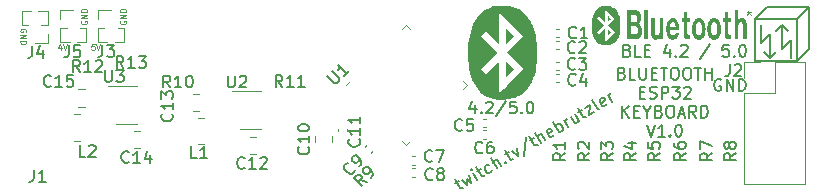
<source format=gbr>
%TF.GenerationSoftware,KiCad,Pcbnew,(5.99.0-10506-gb986797469)*%
%TF.CreationDate,2021-09-15T01:16:02+02:00*%
%TF.ProjectId,Tastatur,54617374-6174-4757-922e-6b696361645f,rev?*%
%TF.SameCoordinates,Original*%
%TF.FileFunction,Legend,Top*%
%TF.FilePolarity,Positive*%
%FSLAX46Y46*%
G04 Gerber Fmt 4.6, Leading zero omitted, Abs format (unit mm)*
G04 Created by KiCad (PCBNEW (5.99.0-10506-gb986797469)) date 2021-09-15 01:16:02*
%MOMM*%
%LPD*%
G01*
G04 APERTURE LIST*
%ADD10C,0.150000*%
%ADD11C,0.100000*%
%ADD12C,0.120000*%
G04 APERTURE END LIST*
D10*
X224144568Y-80123946D02*
X224474482Y-79933470D01*
X224101619Y-79763843D02*
X224530191Y-80506150D01*
X224619049Y-80564819D01*
X224725337Y-80558440D01*
X224807816Y-80510821D01*
X224680679Y-79814423D02*
X225178969Y-80296535D01*
X225105831Y-79788904D01*
X225508884Y-80106059D01*
X225340508Y-79433470D01*
X226003755Y-79820344D02*
X225670422Y-79242994D01*
X225503755Y-78954319D02*
X225486326Y-79019368D01*
X225551375Y-79036798D01*
X225568804Y-78971749D01*
X225503755Y-78954319D01*
X225551375Y-79036798D01*
X225959097Y-79076327D02*
X226289012Y-78885851D01*
X225916149Y-78716224D02*
X226344720Y-79458531D01*
X226433578Y-79517200D01*
X226539866Y-79510821D01*
X226622345Y-79463201D01*
X227258364Y-79041010D02*
X227199695Y-79129868D01*
X227034738Y-79225106D01*
X226928450Y-79231486D01*
X226863401Y-79214056D01*
X226774543Y-79155387D01*
X226631686Y-78907951D01*
X226625306Y-78801663D01*
X226642736Y-78736614D01*
X226701405Y-78647756D01*
X226866362Y-78552518D01*
X226972650Y-78546138D01*
X227653328Y-78867963D02*
X227153328Y-78001938D01*
X228024481Y-78653678D02*
X227762577Y-78200045D01*
X227673718Y-78141376D01*
X227567430Y-78147756D01*
X227443712Y-78219185D01*
X227385043Y-78308043D01*
X227367613Y-78373092D01*
X228389255Y-78333104D02*
X228454304Y-78350534D01*
X228436874Y-78415582D01*
X228371826Y-78398153D01*
X228389255Y-78333104D01*
X228436874Y-78415582D01*
X228392216Y-77671565D02*
X228722131Y-77481089D01*
X228349268Y-77311462D02*
X228777839Y-78053769D01*
X228866697Y-78112438D01*
X228972985Y-78106059D01*
X229055464Y-78058440D01*
X228928327Y-77362042D02*
X229467857Y-77820344D01*
X229340720Y-77123946D01*
X230098748Y-76246413D02*
X229999298Y-77788446D01*
X230454182Y-76481089D02*
X230784096Y-76290613D01*
X230411233Y-76120986D02*
X230839804Y-76863293D01*
X230928663Y-76921962D01*
X231034951Y-76915582D01*
X231117429Y-76867963D01*
X231406104Y-76701297D02*
X230906104Y-75835271D01*
X231777258Y-76487011D02*
X231515353Y-76033379D01*
X231426495Y-75974710D01*
X231320207Y-75981089D01*
X231196489Y-76052518D01*
X231137820Y-76141376D01*
X231120390Y-76206425D01*
X232495756Y-76017200D02*
X232437087Y-76106059D01*
X232272130Y-76201297D01*
X232165842Y-76207676D01*
X232076983Y-76149007D01*
X231886507Y-75819093D01*
X231880127Y-75712805D01*
X231938796Y-75623946D01*
X232103754Y-75528708D01*
X232210042Y-75522329D01*
X232298900Y-75580998D01*
X232346519Y-75663476D01*
X231981745Y-75984050D01*
X232931959Y-75820344D02*
X232431959Y-74954319D01*
X232622435Y-75284233D02*
X232681104Y-75195375D01*
X232846061Y-75100137D01*
X232952349Y-75093757D01*
X233017398Y-75111187D01*
X233106257Y-75169856D01*
X233249114Y-75417292D01*
X233255493Y-75523580D01*
X233238064Y-75588629D01*
X233179395Y-75677487D01*
X233014437Y-75772725D01*
X232908149Y-75779105D01*
X233715505Y-75367963D02*
X233382172Y-74790613D01*
X233477410Y-74955570D02*
X233471031Y-74849282D01*
X233488460Y-74784233D01*
X233547129Y-74695375D01*
X233629608Y-74647756D01*
X234289437Y-74266804D02*
X234622770Y-74844154D01*
X233918283Y-74481089D02*
X234180188Y-74934722D01*
X234269046Y-74993391D01*
X234375334Y-74987011D01*
X234499052Y-74915582D01*
X234557721Y-74826724D01*
X234575151Y-74761675D01*
X234578112Y-74100137D02*
X234908026Y-73909661D01*
X234535163Y-73740033D02*
X234963735Y-74482341D01*
X235052593Y-74541010D01*
X235158881Y-74534630D01*
X235241360Y-74487011D01*
X235114223Y-73790613D02*
X235567855Y-73528708D01*
X235447556Y-74367963D01*
X235901189Y-74106059D01*
X236354821Y-73844154D02*
X236248533Y-73850534D01*
X236159675Y-73791865D01*
X235731103Y-73049557D01*
X236990840Y-73421962D02*
X236932171Y-73510821D01*
X236767214Y-73606059D01*
X236660926Y-73612438D01*
X236572068Y-73553769D01*
X236381591Y-73223855D01*
X236375212Y-73117567D01*
X236433881Y-73028708D01*
X236598838Y-72933470D01*
X236705126Y-72927091D01*
X236793984Y-72985760D01*
X236841603Y-73068238D01*
X236476829Y-73388812D01*
X237427043Y-73225106D02*
X237093710Y-72647756D01*
X237188948Y-72812713D02*
X237182568Y-72706425D01*
X237199998Y-72641376D01*
X237258667Y-72552518D01*
X237341145Y-72504899D01*
X238716666Y-68878571D02*
X238859523Y-68926190D01*
X238907142Y-68973809D01*
X238954761Y-69069047D01*
X238954761Y-69211904D01*
X238907142Y-69307142D01*
X238859523Y-69354761D01*
X238764285Y-69402380D01*
X238383333Y-69402380D01*
X238383333Y-68402380D01*
X238716666Y-68402380D01*
X238811904Y-68450000D01*
X238859523Y-68497619D01*
X238907142Y-68592857D01*
X238907142Y-68688095D01*
X238859523Y-68783333D01*
X238811904Y-68830952D01*
X238716666Y-68878571D01*
X238383333Y-68878571D01*
X239859523Y-69402380D02*
X239383333Y-69402380D01*
X239383333Y-68402380D01*
X240192857Y-68878571D02*
X240526190Y-68878571D01*
X240669047Y-69402380D02*
X240192857Y-69402380D01*
X240192857Y-68402380D01*
X240669047Y-68402380D01*
X242288095Y-68735714D02*
X242288095Y-69402380D01*
X242050000Y-68354761D02*
X241811904Y-69069047D01*
X242430952Y-69069047D01*
X242811904Y-69307142D02*
X242859523Y-69354761D01*
X242811904Y-69402380D01*
X242764285Y-69354761D01*
X242811904Y-69307142D01*
X242811904Y-69402380D01*
X243240476Y-68497619D02*
X243288095Y-68450000D01*
X243383333Y-68402380D01*
X243621428Y-68402380D01*
X243716666Y-68450000D01*
X243764285Y-68497619D01*
X243811904Y-68592857D01*
X243811904Y-68688095D01*
X243764285Y-68830952D01*
X243192857Y-69402380D01*
X243811904Y-69402380D01*
X245716666Y-68354761D02*
X244859523Y-69640476D01*
X247288095Y-68402380D02*
X246811904Y-68402380D01*
X246764285Y-68878571D01*
X246811904Y-68830952D01*
X246907142Y-68783333D01*
X247145238Y-68783333D01*
X247240476Y-68830952D01*
X247288095Y-68878571D01*
X247335714Y-68973809D01*
X247335714Y-69211904D01*
X247288095Y-69307142D01*
X247240476Y-69354761D01*
X247145238Y-69402380D01*
X246907142Y-69402380D01*
X246811904Y-69354761D01*
X246764285Y-69307142D01*
X247764285Y-69307142D02*
X247811904Y-69354761D01*
X247764285Y-69402380D01*
X247716666Y-69354761D01*
X247764285Y-69307142D01*
X247764285Y-69402380D01*
X248430952Y-68402380D02*
X248526190Y-68402380D01*
X248621428Y-68450000D01*
X248669047Y-68497619D01*
X248716666Y-68592857D01*
X248764285Y-68783333D01*
X248764285Y-69021428D01*
X248716666Y-69211904D01*
X248669047Y-69307142D01*
X248621428Y-69354761D01*
X248526190Y-69402380D01*
X248430952Y-69402380D01*
X248335714Y-69354761D01*
X248288095Y-69307142D01*
X248240476Y-69211904D01*
X248192857Y-69021428D01*
X248192857Y-68783333D01*
X248240476Y-68592857D01*
X248288095Y-68497619D01*
X248335714Y-68450000D01*
X248430952Y-68402380D01*
X225811904Y-73535714D02*
X225811904Y-74202380D01*
X225573809Y-73154761D02*
X225335714Y-73869047D01*
X225954761Y-73869047D01*
X226335714Y-74107142D02*
X226383333Y-74154761D01*
X226335714Y-74202380D01*
X226288095Y-74154761D01*
X226335714Y-74107142D01*
X226335714Y-74202380D01*
X226764285Y-73297619D02*
X226811904Y-73250000D01*
X226907142Y-73202380D01*
X227145238Y-73202380D01*
X227240476Y-73250000D01*
X227288095Y-73297619D01*
X227335714Y-73392857D01*
X227335714Y-73488095D01*
X227288095Y-73630952D01*
X226716666Y-74202380D01*
X227335714Y-74202380D01*
X228478571Y-73154761D02*
X227621428Y-74440476D01*
X229288095Y-73202380D02*
X228811904Y-73202380D01*
X228764285Y-73678571D01*
X228811904Y-73630952D01*
X228907142Y-73583333D01*
X229145238Y-73583333D01*
X229240476Y-73630952D01*
X229288095Y-73678571D01*
X229335714Y-73773809D01*
X229335714Y-74011904D01*
X229288095Y-74107142D01*
X229240476Y-74154761D01*
X229145238Y-74202380D01*
X228907142Y-74202380D01*
X228811904Y-74154761D01*
X228764285Y-74107142D01*
X229764285Y-74107142D02*
X229811904Y-74154761D01*
X229764285Y-74202380D01*
X229716666Y-74154761D01*
X229764285Y-74107142D01*
X229764285Y-74202380D01*
X230430952Y-73202380D02*
X230526190Y-73202380D01*
X230621428Y-73250000D01*
X230669047Y-73297619D01*
X230716666Y-73392857D01*
X230764285Y-73583333D01*
X230764285Y-73821428D01*
X230716666Y-74011904D01*
X230669047Y-74107142D01*
X230621428Y-74154761D01*
X230526190Y-74202380D01*
X230430952Y-74202380D01*
X230335714Y-74154761D01*
X230288095Y-74107142D01*
X230240476Y-74011904D01*
X230192857Y-73821428D01*
X230192857Y-73583333D01*
X230240476Y-73392857D01*
X230288095Y-73297619D01*
X230335714Y-73250000D01*
X230430952Y-73202380D01*
X238257142Y-70813571D02*
X238400000Y-70861190D01*
X238447619Y-70908809D01*
X238495238Y-71004047D01*
X238495238Y-71146904D01*
X238447619Y-71242142D01*
X238400000Y-71289761D01*
X238304761Y-71337380D01*
X237923809Y-71337380D01*
X237923809Y-70337380D01*
X238257142Y-70337380D01*
X238352380Y-70385000D01*
X238400000Y-70432619D01*
X238447619Y-70527857D01*
X238447619Y-70623095D01*
X238400000Y-70718333D01*
X238352380Y-70765952D01*
X238257142Y-70813571D01*
X237923809Y-70813571D01*
X239400000Y-71337380D02*
X238923809Y-71337380D01*
X238923809Y-70337380D01*
X239733333Y-70337380D02*
X239733333Y-71146904D01*
X239780952Y-71242142D01*
X239828571Y-71289761D01*
X239923809Y-71337380D01*
X240114285Y-71337380D01*
X240209523Y-71289761D01*
X240257142Y-71242142D01*
X240304761Y-71146904D01*
X240304761Y-70337380D01*
X240780952Y-70813571D02*
X241114285Y-70813571D01*
X241257142Y-71337380D02*
X240780952Y-71337380D01*
X240780952Y-70337380D01*
X241257142Y-70337380D01*
X241542857Y-70337380D02*
X242114285Y-70337380D01*
X241828571Y-71337380D02*
X241828571Y-70337380D01*
X242638095Y-70337380D02*
X242828571Y-70337380D01*
X242923809Y-70385000D01*
X243019047Y-70480238D01*
X243066666Y-70670714D01*
X243066666Y-71004047D01*
X243019047Y-71194523D01*
X242923809Y-71289761D01*
X242828571Y-71337380D01*
X242638095Y-71337380D01*
X242542857Y-71289761D01*
X242447619Y-71194523D01*
X242400000Y-71004047D01*
X242400000Y-70670714D01*
X242447619Y-70480238D01*
X242542857Y-70385000D01*
X242638095Y-70337380D01*
X243685714Y-70337380D02*
X243876190Y-70337380D01*
X243971428Y-70385000D01*
X244066666Y-70480238D01*
X244114285Y-70670714D01*
X244114285Y-71004047D01*
X244066666Y-71194523D01*
X243971428Y-71289761D01*
X243876190Y-71337380D01*
X243685714Y-71337380D01*
X243590476Y-71289761D01*
X243495238Y-71194523D01*
X243447619Y-71004047D01*
X243447619Y-70670714D01*
X243495238Y-70480238D01*
X243590476Y-70385000D01*
X243685714Y-70337380D01*
X244400000Y-70337380D02*
X244971428Y-70337380D01*
X244685714Y-71337380D02*
X244685714Y-70337380D01*
X245304761Y-71337380D02*
X245304761Y-70337380D01*
X245304761Y-70813571D02*
X245876190Y-70813571D01*
X245876190Y-71337380D02*
X245876190Y-70337380D01*
X239757142Y-72423571D02*
X240090476Y-72423571D01*
X240233333Y-72947380D02*
X239757142Y-72947380D01*
X239757142Y-71947380D01*
X240233333Y-71947380D01*
X240614285Y-72899761D02*
X240757142Y-72947380D01*
X240995238Y-72947380D01*
X241090476Y-72899761D01*
X241138095Y-72852142D01*
X241185714Y-72756904D01*
X241185714Y-72661666D01*
X241138095Y-72566428D01*
X241090476Y-72518809D01*
X240995238Y-72471190D01*
X240804761Y-72423571D01*
X240709523Y-72375952D01*
X240661904Y-72328333D01*
X240614285Y-72233095D01*
X240614285Y-72137857D01*
X240661904Y-72042619D01*
X240709523Y-71995000D01*
X240804761Y-71947380D01*
X241042857Y-71947380D01*
X241185714Y-71995000D01*
X241614285Y-72947380D02*
X241614285Y-71947380D01*
X241995238Y-71947380D01*
X242090476Y-71995000D01*
X242138095Y-72042619D01*
X242185714Y-72137857D01*
X242185714Y-72280714D01*
X242138095Y-72375952D01*
X242090476Y-72423571D01*
X241995238Y-72471190D01*
X241614285Y-72471190D01*
X242519047Y-71947380D02*
X243138095Y-71947380D01*
X242804761Y-72328333D01*
X242947619Y-72328333D01*
X243042857Y-72375952D01*
X243090476Y-72423571D01*
X243138095Y-72518809D01*
X243138095Y-72756904D01*
X243090476Y-72852142D01*
X243042857Y-72899761D01*
X242947619Y-72947380D01*
X242661904Y-72947380D01*
X242566666Y-72899761D01*
X242519047Y-72852142D01*
X243519047Y-72042619D02*
X243566666Y-71995000D01*
X243661904Y-71947380D01*
X243900000Y-71947380D01*
X243995238Y-71995000D01*
X244042857Y-72042619D01*
X244090476Y-72137857D01*
X244090476Y-72233095D01*
X244042857Y-72375952D01*
X243471428Y-72947380D01*
X244090476Y-72947380D01*
X238304761Y-74557380D02*
X238304761Y-73557380D01*
X238876190Y-74557380D02*
X238447619Y-73985952D01*
X238876190Y-73557380D02*
X238304761Y-74128809D01*
X239304761Y-74033571D02*
X239638095Y-74033571D01*
X239780952Y-74557380D02*
X239304761Y-74557380D01*
X239304761Y-73557380D01*
X239780952Y-73557380D01*
X240400000Y-74081190D02*
X240400000Y-74557380D01*
X240066666Y-73557380D02*
X240400000Y-74081190D01*
X240733333Y-73557380D01*
X241400000Y-74033571D02*
X241542857Y-74081190D01*
X241590476Y-74128809D01*
X241638095Y-74224047D01*
X241638095Y-74366904D01*
X241590476Y-74462142D01*
X241542857Y-74509761D01*
X241447619Y-74557380D01*
X241066666Y-74557380D01*
X241066666Y-73557380D01*
X241400000Y-73557380D01*
X241495238Y-73605000D01*
X241542857Y-73652619D01*
X241590476Y-73747857D01*
X241590476Y-73843095D01*
X241542857Y-73938333D01*
X241495238Y-73985952D01*
X241400000Y-74033571D01*
X241066666Y-74033571D01*
X242257142Y-73557380D02*
X242447619Y-73557380D01*
X242542857Y-73605000D01*
X242638095Y-73700238D01*
X242685714Y-73890714D01*
X242685714Y-74224047D01*
X242638095Y-74414523D01*
X242542857Y-74509761D01*
X242447619Y-74557380D01*
X242257142Y-74557380D01*
X242161904Y-74509761D01*
X242066666Y-74414523D01*
X242019047Y-74224047D01*
X242019047Y-73890714D01*
X242066666Y-73700238D01*
X242161904Y-73605000D01*
X242257142Y-73557380D01*
X243066666Y-74271666D02*
X243542857Y-74271666D01*
X242971428Y-74557380D02*
X243304761Y-73557380D01*
X243638095Y-74557380D01*
X244542857Y-74557380D02*
X244209523Y-74081190D01*
X243971428Y-74557380D02*
X243971428Y-73557380D01*
X244352380Y-73557380D01*
X244447619Y-73605000D01*
X244495238Y-73652619D01*
X244542857Y-73747857D01*
X244542857Y-73890714D01*
X244495238Y-73985952D01*
X244447619Y-74033571D01*
X244352380Y-74081190D01*
X243971428Y-74081190D01*
X244971428Y-74557380D02*
X244971428Y-73557380D01*
X245209523Y-73557380D01*
X245352380Y-73605000D01*
X245447619Y-73700238D01*
X245495238Y-73795476D01*
X245542857Y-73985952D01*
X245542857Y-74128809D01*
X245495238Y-74319285D01*
X245447619Y-74414523D01*
X245352380Y-74509761D01*
X245209523Y-74557380D01*
X244971428Y-74557380D01*
X240376190Y-75167380D02*
X240709523Y-76167380D01*
X241042857Y-75167380D01*
X241900000Y-76167380D02*
X241328571Y-76167380D01*
X241614285Y-76167380D02*
X241614285Y-75167380D01*
X241519047Y-75310238D01*
X241423809Y-75405476D01*
X241328571Y-75453095D01*
X242328571Y-76072142D02*
X242376190Y-76119761D01*
X242328571Y-76167380D01*
X242280952Y-76119761D01*
X242328571Y-76072142D01*
X242328571Y-76167380D01*
X242995238Y-75167380D02*
X243090476Y-75167380D01*
X243185714Y-75215000D01*
X243233333Y-75262619D01*
X243280952Y-75357857D01*
X243328571Y-75548333D01*
X243328571Y-75786428D01*
X243280952Y-75976904D01*
X243233333Y-76072142D01*
X243185714Y-76119761D01*
X243090476Y-76167380D01*
X242995238Y-76167380D01*
X242900000Y-76119761D01*
X242852380Y-76072142D01*
X242804761Y-75976904D01*
X242757142Y-75786428D01*
X242757142Y-75548333D01*
X242804761Y-75357857D01*
X242852380Y-75262619D01*
X242900000Y-75215000D01*
X242995238Y-75167380D01*
X246638095Y-71350000D02*
X246542857Y-71302380D01*
X246400000Y-71302380D01*
X246257142Y-71350000D01*
X246161904Y-71445238D01*
X246114285Y-71540476D01*
X246066666Y-71730952D01*
X246066666Y-71873809D01*
X246114285Y-72064285D01*
X246161904Y-72159523D01*
X246257142Y-72254761D01*
X246400000Y-72302380D01*
X246495238Y-72302380D01*
X246638095Y-72254761D01*
X246685714Y-72207142D01*
X246685714Y-71873809D01*
X246495238Y-71873809D01*
X247114285Y-72302380D02*
X247114285Y-71302380D01*
X247685714Y-72302380D01*
X247685714Y-71302380D01*
X248161904Y-72302380D02*
X248161904Y-71302380D01*
X248400000Y-71302380D01*
X248542857Y-71350000D01*
X248638095Y-71445238D01*
X248685714Y-71540476D01*
X248733333Y-71730952D01*
X248733333Y-71873809D01*
X248685714Y-72064285D01*
X248638095Y-72159523D01*
X248542857Y-72254761D01*
X248400000Y-72302380D01*
X248161904Y-72302380D01*
D11*
X190780952Y-68495357D02*
X190780952Y-68828690D01*
X190661904Y-68304880D02*
X190542857Y-68662023D01*
X190852380Y-68662023D01*
X190971428Y-68328690D02*
X191138095Y-68828690D01*
X191304761Y-68328690D01*
X187800000Y-67319047D02*
X187823809Y-67271428D01*
X187823809Y-67200000D01*
X187800000Y-67128571D01*
X187752380Y-67080952D01*
X187704761Y-67057142D01*
X187609523Y-67033333D01*
X187538095Y-67033333D01*
X187442857Y-67057142D01*
X187395238Y-67080952D01*
X187347619Y-67128571D01*
X187323809Y-67200000D01*
X187323809Y-67247619D01*
X187347619Y-67319047D01*
X187371428Y-67342857D01*
X187538095Y-67342857D01*
X187538095Y-67247619D01*
X187323809Y-67557142D02*
X187823809Y-67557142D01*
X187323809Y-67842857D01*
X187823809Y-67842857D01*
X187323809Y-68080952D02*
X187823809Y-68080952D01*
X187823809Y-68200000D01*
X187800000Y-68271428D01*
X187752380Y-68319047D01*
X187704761Y-68342857D01*
X187609523Y-68366666D01*
X187538095Y-68366666D01*
X187442857Y-68342857D01*
X187395238Y-68319047D01*
X187347619Y-68271428D01*
X187323809Y-68200000D01*
X187323809Y-68080952D01*
X192500000Y-66380952D02*
X192476190Y-66428571D01*
X192476190Y-66500000D01*
X192500000Y-66571428D01*
X192547619Y-66619047D01*
X192595238Y-66642857D01*
X192690476Y-66666666D01*
X192761904Y-66666666D01*
X192857142Y-66642857D01*
X192904761Y-66619047D01*
X192952380Y-66571428D01*
X192976190Y-66500000D01*
X192976190Y-66452380D01*
X192952380Y-66380952D01*
X192928571Y-66357142D01*
X192761904Y-66357142D01*
X192761904Y-66452380D01*
X192976190Y-66142857D02*
X192476190Y-66142857D01*
X192976190Y-65857142D01*
X192476190Y-65857142D01*
X192976190Y-65619047D02*
X192476190Y-65619047D01*
X192476190Y-65500000D01*
X192500000Y-65428571D01*
X192547619Y-65380952D01*
X192595238Y-65357142D01*
X192690476Y-65333333D01*
X192761904Y-65333333D01*
X192857142Y-65357142D01*
X192904761Y-65380952D01*
X192952380Y-65428571D01*
X192976190Y-65500000D01*
X192976190Y-65619047D01*
X195800000Y-66380952D02*
X195776190Y-66428571D01*
X195776190Y-66500000D01*
X195800000Y-66571428D01*
X195847619Y-66619047D01*
X195895238Y-66642857D01*
X195990476Y-66666666D01*
X196061904Y-66666666D01*
X196157142Y-66642857D01*
X196204761Y-66619047D01*
X196252380Y-66571428D01*
X196276190Y-66500000D01*
X196276190Y-66452380D01*
X196252380Y-66380952D01*
X196228571Y-66357142D01*
X196061904Y-66357142D01*
X196061904Y-66452380D01*
X196276190Y-66142857D02*
X195776190Y-66142857D01*
X196276190Y-65857142D01*
X195776190Y-65857142D01*
X196276190Y-65619047D02*
X195776190Y-65619047D01*
X195776190Y-65500000D01*
X195800000Y-65428571D01*
X195847619Y-65380952D01*
X195895238Y-65357142D01*
X195990476Y-65333333D01*
X196061904Y-65333333D01*
X196157142Y-65357142D01*
X196204761Y-65380952D01*
X196252380Y-65428571D01*
X196276190Y-65500000D01*
X196276190Y-65619047D01*
X193604761Y-68328690D02*
X193366666Y-68328690D01*
X193342857Y-68566785D01*
X193366666Y-68542976D01*
X193414285Y-68519166D01*
X193533333Y-68519166D01*
X193580952Y-68542976D01*
X193604761Y-68566785D01*
X193628571Y-68614404D01*
X193628571Y-68733452D01*
X193604761Y-68781071D01*
X193580952Y-68804880D01*
X193533333Y-68828690D01*
X193414285Y-68828690D01*
X193366666Y-68804880D01*
X193342857Y-68781071D01*
X193771428Y-68328690D02*
X193938095Y-68828690D01*
X194104761Y-68328690D01*
D10*
%TO.C,R5*%
X241452380Y-77566666D02*
X240976190Y-77900000D01*
X241452380Y-78138095D02*
X240452380Y-78138095D01*
X240452380Y-77757142D01*
X240500000Y-77661904D01*
X240547619Y-77614285D01*
X240642857Y-77566666D01*
X240785714Y-77566666D01*
X240880952Y-77614285D01*
X240928571Y-77661904D01*
X240976190Y-77757142D01*
X240976190Y-78138095D01*
X240452380Y-76661904D02*
X240452380Y-77138095D01*
X240928571Y-77185714D01*
X240880952Y-77138095D01*
X240833333Y-77042857D01*
X240833333Y-76804761D01*
X240880952Y-76709523D01*
X240928571Y-76661904D01*
X241023809Y-76614285D01*
X241261904Y-76614285D01*
X241357142Y-76661904D01*
X241404761Y-76709523D01*
X241452380Y-76804761D01*
X241452380Y-77042857D01*
X241404761Y-77138095D01*
X241357142Y-77185714D01*
%TO.C,C9*%
X215634687Y-78970389D02*
X215634687Y-79037732D01*
X215567343Y-79172419D01*
X215500000Y-79239763D01*
X215365312Y-79307106D01*
X215230625Y-79307106D01*
X215129610Y-79273435D01*
X214961251Y-79172419D01*
X214860236Y-79071404D01*
X214759221Y-78903045D01*
X214725549Y-78802030D01*
X214725549Y-78667343D01*
X214792893Y-78532656D01*
X214860236Y-78465312D01*
X214994923Y-78397969D01*
X215062267Y-78397969D01*
X216038748Y-78701015D02*
X216173435Y-78566328D01*
X216207106Y-78465312D01*
X216207106Y-78397969D01*
X216173435Y-78229610D01*
X216072419Y-78061251D01*
X215803045Y-77791877D01*
X215702030Y-77758206D01*
X215634687Y-77758206D01*
X215533671Y-77791877D01*
X215398984Y-77926564D01*
X215365312Y-78027580D01*
X215365312Y-78094923D01*
X215398984Y-78195938D01*
X215567343Y-78364297D01*
X215668358Y-78397969D01*
X215735702Y-78397969D01*
X215836717Y-78364297D01*
X215971404Y-78229610D01*
X216005076Y-78128595D01*
X216005076Y-78061251D01*
X215971404Y-77960236D01*
%TO.C,C11*%
X216007142Y-76392857D02*
X216054761Y-76440476D01*
X216102380Y-76583333D01*
X216102380Y-76678571D01*
X216054761Y-76821428D01*
X215959523Y-76916666D01*
X215864285Y-76964285D01*
X215673809Y-77011904D01*
X215530952Y-77011904D01*
X215340476Y-76964285D01*
X215245238Y-76916666D01*
X215150000Y-76821428D01*
X215102380Y-76678571D01*
X215102380Y-76583333D01*
X215150000Y-76440476D01*
X215197619Y-76392857D01*
X216102380Y-75440476D02*
X216102380Y-76011904D01*
X216102380Y-75726190D02*
X215102380Y-75726190D01*
X215245238Y-75821428D01*
X215340476Y-75916666D01*
X215388095Y-76011904D01*
X216102380Y-74488095D02*
X216102380Y-75059523D01*
X216102380Y-74773809D02*
X215102380Y-74773809D01*
X215245238Y-74869047D01*
X215340476Y-74964285D01*
X215388095Y-75059523D01*
%TO.C,C6*%
X226433333Y-77507142D02*
X226385714Y-77554761D01*
X226242857Y-77602380D01*
X226147619Y-77602380D01*
X226004761Y-77554761D01*
X225909523Y-77459523D01*
X225861904Y-77364285D01*
X225814285Y-77173809D01*
X225814285Y-77030952D01*
X225861904Y-76840476D01*
X225909523Y-76745238D01*
X226004761Y-76650000D01*
X226147619Y-76602380D01*
X226242857Y-76602380D01*
X226385714Y-76650000D01*
X226433333Y-76697619D01*
X227290476Y-76602380D02*
X227100000Y-76602380D01*
X227004761Y-76650000D01*
X226957142Y-76697619D01*
X226861904Y-76840476D01*
X226814285Y-77030952D01*
X226814285Y-77411904D01*
X226861904Y-77507142D01*
X226909523Y-77554761D01*
X227004761Y-77602380D01*
X227195238Y-77602380D01*
X227290476Y-77554761D01*
X227338095Y-77507142D01*
X227385714Y-77411904D01*
X227385714Y-77173809D01*
X227338095Y-77078571D01*
X227290476Y-77030952D01*
X227195238Y-76983333D01*
X227004761Y-76983333D01*
X226909523Y-77030952D01*
X226861904Y-77078571D01*
X226814285Y-77173809D01*
%TO.C,R8*%
X247902380Y-77566666D02*
X247426190Y-77900000D01*
X247902380Y-78138095D02*
X246902380Y-78138095D01*
X246902380Y-77757142D01*
X246950000Y-77661904D01*
X246997619Y-77614285D01*
X247092857Y-77566666D01*
X247235714Y-77566666D01*
X247330952Y-77614285D01*
X247378571Y-77661904D01*
X247426190Y-77757142D01*
X247426190Y-78138095D01*
X247330952Y-76995238D02*
X247283333Y-77090476D01*
X247235714Y-77138095D01*
X247140476Y-77185714D01*
X247092857Y-77185714D01*
X246997619Y-77138095D01*
X246950000Y-77090476D01*
X246902380Y-76995238D01*
X246902380Y-76804761D01*
X246950000Y-76709523D01*
X246997619Y-76661904D01*
X247092857Y-76614285D01*
X247140476Y-76614285D01*
X247235714Y-76661904D01*
X247283333Y-76709523D01*
X247330952Y-76804761D01*
X247330952Y-76995238D01*
X247378571Y-77090476D01*
X247426190Y-77138095D01*
X247521428Y-77185714D01*
X247711904Y-77185714D01*
X247807142Y-77138095D01*
X247854761Y-77090476D01*
X247902380Y-76995238D01*
X247902380Y-76804761D01*
X247854761Y-76709523D01*
X247807142Y-76661904D01*
X247711904Y-76614285D01*
X247521428Y-76614285D01*
X247426190Y-76661904D01*
X247378571Y-76709523D01*
X247330952Y-76804761D01*
%TO.C,C3*%
X234283333Y-70407142D02*
X234235714Y-70454761D01*
X234092857Y-70502380D01*
X233997619Y-70502380D01*
X233854761Y-70454761D01*
X233759523Y-70359523D01*
X233711904Y-70264285D01*
X233664285Y-70073809D01*
X233664285Y-69930952D01*
X233711904Y-69740476D01*
X233759523Y-69645238D01*
X233854761Y-69550000D01*
X233997619Y-69502380D01*
X234092857Y-69502380D01*
X234235714Y-69550000D01*
X234283333Y-69597619D01*
X234616666Y-69502380D02*
X235235714Y-69502380D01*
X234902380Y-69883333D01*
X235045238Y-69883333D01*
X235140476Y-69930952D01*
X235188095Y-69978571D01*
X235235714Y-70073809D01*
X235235714Y-70311904D01*
X235188095Y-70407142D01*
X235140476Y-70454761D01*
X235045238Y-70502380D01*
X234759523Y-70502380D01*
X234664285Y-70454761D01*
X234616666Y-70407142D01*
%TO.C,C2*%
X234283333Y-69007142D02*
X234235714Y-69054761D01*
X234092857Y-69102380D01*
X233997619Y-69102380D01*
X233854761Y-69054761D01*
X233759523Y-68959523D01*
X233711904Y-68864285D01*
X233664285Y-68673809D01*
X233664285Y-68530952D01*
X233711904Y-68340476D01*
X233759523Y-68245238D01*
X233854761Y-68150000D01*
X233997619Y-68102380D01*
X234092857Y-68102380D01*
X234235714Y-68150000D01*
X234283333Y-68197619D01*
X234664285Y-68197619D02*
X234711904Y-68150000D01*
X234807142Y-68102380D01*
X235045238Y-68102380D01*
X235140476Y-68150000D01*
X235188095Y-68197619D01*
X235235714Y-68292857D01*
X235235714Y-68388095D01*
X235188095Y-68530952D01*
X234616666Y-69102380D01*
X235235714Y-69102380D01*
%TO.C,R3*%
X237502380Y-77566666D02*
X237026190Y-77900000D01*
X237502380Y-78138095D02*
X236502380Y-78138095D01*
X236502380Y-77757142D01*
X236550000Y-77661904D01*
X236597619Y-77614285D01*
X236692857Y-77566666D01*
X236835714Y-77566666D01*
X236930952Y-77614285D01*
X236978571Y-77661904D01*
X237026190Y-77757142D01*
X237026190Y-78138095D01*
X236502380Y-77233333D02*
X236502380Y-76614285D01*
X236883333Y-76947619D01*
X236883333Y-76804761D01*
X236930952Y-76709523D01*
X236978571Y-76661904D01*
X237073809Y-76614285D01*
X237311904Y-76614285D01*
X237407142Y-76661904D01*
X237454761Y-76709523D01*
X237502380Y-76804761D01*
X237502380Y-77090476D01*
X237454761Y-77185714D01*
X237407142Y-77233333D01*
%TO.C,C5*%
X224733333Y-75607142D02*
X224685714Y-75654761D01*
X224542857Y-75702380D01*
X224447619Y-75702380D01*
X224304761Y-75654761D01*
X224209523Y-75559523D01*
X224161904Y-75464285D01*
X224114285Y-75273809D01*
X224114285Y-75130952D01*
X224161904Y-74940476D01*
X224209523Y-74845238D01*
X224304761Y-74750000D01*
X224447619Y-74702380D01*
X224542857Y-74702380D01*
X224685714Y-74750000D01*
X224733333Y-74797619D01*
X225638095Y-74702380D02*
X225161904Y-74702380D01*
X225114285Y-75178571D01*
X225161904Y-75130952D01*
X225257142Y-75083333D01*
X225495238Y-75083333D01*
X225590476Y-75130952D01*
X225638095Y-75178571D01*
X225685714Y-75273809D01*
X225685714Y-75511904D01*
X225638095Y-75607142D01*
X225590476Y-75654761D01*
X225495238Y-75702380D01*
X225257142Y-75702380D01*
X225161904Y-75654761D01*
X225114285Y-75607142D01*
%TO.C,C13*%
X200157142Y-74242857D02*
X200204761Y-74290476D01*
X200252380Y-74433333D01*
X200252380Y-74528571D01*
X200204761Y-74671428D01*
X200109523Y-74766666D01*
X200014285Y-74814285D01*
X199823809Y-74861904D01*
X199680952Y-74861904D01*
X199490476Y-74814285D01*
X199395238Y-74766666D01*
X199300000Y-74671428D01*
X199252380Y-74528571D01*
X199252380Y-74433333D01*
X199300000Y-74290476D01*
X199347619Y-74242857D01*
X200252380Y-73290476D02*
X200252380Y-73861904D01*
X200252380Y-73576190D02*
X199252380Y-73576190D01*
X199395238Y-73671428D01*
X199490476Y-73766666D01*
X199538095Y-73861904D01*
X199252380Y-72957142D02*
X199252380Y-72338095D01*
X199633333Y-72671428D01*
X199633333Y-72528571D01*
X199680952Y-72433333D01*
X199728571Y-72385714D01*
X199823809Y-72338095D01*
X200061904Y-72338095D01*
X200157142Y-72385714D01*
X200204761Y-72433333D01*
X200252380Y-72528571D01*
X200252380Y-72814285D01*
X200204761Y-72909523D01*
X200157142Y-72957142D01*
%TO.C,C4*%
X234333333Y-71757142D02*
X234285714Y-71804761D01*
X234142857Y-71852380D01*
X234047619Y-71852380D01*
X233904761Y-71804761D01*
X233809523Y-71709523D01*
X233761904Y-71614285D01*
X233714285Y-71423809D01*
X233714285Y-71280952D01*
X233761904Y-71090476D01*
X233809523Y-70995238D01*
X233904761Y-70900000D01*
X234047619Y-70852380D01*
X234142857Y-70852380D01*
X234285714Y-70900000D01*
X234333333Y-70947619D01*
X235190476Y-71185714D02*
X235190476Y-71852380D01*
X234952380Y-70804761D02*
X234714285Y-71519047D01*
X235333333Y-71519047D01*
%TO.C,R6*%
X243652380Y-77566666D02*
X243176190Y-77900000D01*
X243652380Y-78138095D02*
X242652380Y-78138095D01*
X242652380Y-77757142D01*
X242700000Y-77661904D01*
X242747619Y-77614285D01*
X242842857Y-77566666D01*
X242985714Y-77566666D01*
X243080952Y-77614285D01*
X243128571Y-77661904D01*
X243176190Y-77757142D01*
X243176190Y-78138095D01*
X242652380Y-76709523D02*
X242652380Y-76900000D01*
X242700000Y-76995238D01*
X242747619Y-77042857D01*
X242890476Y-77138095D01*
X243080952Y-77185714D01*
X243461904Y-77185714D01*
X243557142Y-77138095D01*
X243604761Y-77090476D01*
X243652380Y-76995238D01*
X243652380Y-76804761D01*
X243604761Y-76709523D01*
X243557142Y-76661904D01*
X243461904Y-76614285D01*
X243223809Y-76614285D01*
X243128571Y-76661904D01*
X243080952Y-76709523D01*
X243033333Y-76804761D01*
X243033333Y-76995238D01*
X243080952Y-77090476D01*
X243128571Y-77138095D01*
X243223809Y-77185714D01*
%TO.C,C1*%
X234383333Y-67757142D02*
X234335714Y-67804761D01*
X234192857Y-67852380D01*
X234097619Y-67852380D01*
X233954761Y-67804761D01*
X233859523Y-67709523D01*
X233811904Y-67614285D01*
X233764285Y-67423809D01*
X233764285Y-67280952D01*
X233811904Y-67090476D01*
X233859523Y-66995238D01*
X233954761Y-66900000D01*
X234097619Y-66852380D01*
X234192857Y-66852380D01*
X234335714Y-66900000D01*
X234383333Y-66947619D01*
X235335714Y-67852380D02*
X234764285Y-67852380D01*
X235050000Y-67852380D02*
X235050000Y-66852380D01*
X234954761Y-66995238D01*
X234859523Y-67090476D01*
X234764285Y-67138095D01*
%TO.C,L2*%
X192833333Y-77902380D02*
X192357142Y-77902380D01*
X192357142Y-76902380D01*
X193119047Y-76997619D02*
X193166666Y-76950000D01*
X193261904Y-76902380D01*
X193500000Y-76902380D01*
X193595238Y-76950000D01*
X193642857Y-76997619D01*
X193690476Y-77092857D01*
X193690476Y-77188095D01*
X193642857Y-77330952D01*
X193071428Y-77902380D01*
X193690476Y-77902380D01*
%TO.C,R13*%
X196057142Y-70352380D02*
X195723809Y-69876190D01*
X195485714Y-70352380D02*
X195485714Y-69352380D01*
X195866666Y-69352380D01*
X195961904Y-69400000D01*
X196009523Y-69447619D01*
X196057142Y-69542857D01*
X196057142Y-69685714D01*
X196009523Y-69780952D01*
X195961904Y-69828571D01*
X195866666Y-69876190D01*
X195485714Y-69876190D01*
X197009523Y-70352380D02*
X196438095Y-70352380D01*
X196723809Y-70352380D02*
X196723809Y-69352380D01*
X196628571Y-69495238D01*
X196533333Y-69590476D01*
X196438095Y-69638095D01*
X197342857Y-69352380D02*
X197961904Y-69352380D01*
X197628571Y-69733333D01*
X197771428Y-69733333D01*
X197866666Y-69780952D01*
X197914285Y-69828571D01*
X197961904Y-69923809D01*
X197961904Y-70161904D01*
X197914285Y-70257142D01*
X197866666Y-70304761D01*
X197771428Y-70352380D01*
X197485714Y-70352380D01*
X197390476Y-70304761D01*
X197342857Y-70257142D01*
%TO.C,J3*%
X194266666Y-68402380D02*
X194266666Y-69116666D01*
X194219047Y-69259523D01*
X194123809Y-69354761D01*
X193980952Y-69402380D01*
X193885714Y-69402380D01*
X194647619Y-68402380D02*
X195266666Y-68402380D01*
X194933333Y-68783333D01*
X195076190Y-68783333D01*
X195171428Y-68830952D01*
X195219047Y-68878571D01*
X195266666Y-68973809D01*
X195266666Y-69211904D01*
X195219047Y-69307142D01*
X195171428Y-69354761D01*
X195076190Y-69402380D01*
X194790476Y-69402380D01*
X194695238Y-69354761D01*
X194647619Y-69307142D01*
%TO.C,J5*%
X191416666Y-68452380D02*
X191416666Y-69166666D01*
X191369047Y-69309523D01*
X191273809Y-69404761D01*
X191130952Y-69452380D01*
X191035714Y-69452380D01*
X192369047Y-68452380D02*
X191892857Y-68452380D01*
X191845238Y-68928571D01*
X191892857Y-68880952D01*
X191988095Y-68833333D01*
X192226190Y-68833333D01*
X192321428Y-68880952D01*
X192369047Y-68928571D01*
X192416666Y-69023809D01*
X192416666Y-69261904D01*
X192369047Y-69357142D01*
X192321428Y-69404761D01*
X192226190Y-69452380D01*
X191988095Y-69452380D01*
X191892857Y-69404761D01*
X191845238Y-69357142D01*
%TO.C,J1*%
X188466666Y-79002380D02*
X188466666Y-79716666D01*
X188419047Y-79859523D01*
X188323809Y-79954761D01*
X188180952Y-80002380D01*
X188085714Y-80002380D01*
X189466666Y-80002380D02*
X188895238Y-80002380D01*
X189180952Y-80002380D02*
X189180952Y-79002380D01*
X189085714Y-79145238D01*
X188990476Y-79240476D01*
X188895238Y-79288095D01*
%TO.C,C12*%
X206307142Y-78807142D02*
X206259523Y-78854761D01*
X206116666Y-78902380D01*
X206021428Y-78902380D01*
X205878571Y-78854761D01*
X205783333Y-78759523D01*
X205735714Y-78664285D01*
X205688095Y-78473809D01*
X205688095Y-78330952D01*
X205735714Y-78140476D01*
X205783333Y-78045238D01*
X205878571Y-77950000D01*
X206021428Y-77902380D01*
X206116666Y-77902380D01*
X206259523Y-77950000D01*
X206307142Y-77997619D01*
X207259523Y-78902380D02*
X206688095Y-78902380D01*
X206973809Y-78902380D02*
X206973809Y-77902380D01*
X206878571Y-78045238D01*
X206783333Y-78140476D01*
X206688095Y-78188095D01*
X207640476Y-77997619D02*
X207688095Y-77950000D01*
X207783333Y-77902380D01*
X208021428Y-77902380D01*
X208116666Y-77950000D01*
X208164285Y-77997619D01*
X208211904Y-78092857D01*
X208211904Y-78188095D01*
X208164285Y-78330952D01*
X207592857Y-78902380D01*
X208211904Y-78902380D01*
%TO.C,R4*%
X239452380Y-77566666D02*
X238976190Y-77900000D01*
X239452380Y-78138095D02*
X238452380Y-78138095D01*
X238452380Y-77757142D01*
X238500000Y-77661904D01*
X238547619Y-77614285D01*
X238642857Y-77566666D01*
X238785714Y-77566666D01*
X238880952Y-77614285D01*
X238928571Y-77661904D01*
X238976190Y-77757142D01*
X238976190Y-78138095D01*
X238785714Y-76709523D02*
X239452380Y-76709523D01*
X238404761Y-76947619D02*
X239119047Y-77185714D01*
X239119047Y-76566666D01*
%TO.C,R10*%
X200007142Y-72002380D02*
X199673809Y-71526190D01*
X199435714Y-72002380D02*
X199435714Y-71002380D01*
X199816666Y-71002380D01*
X199911904Y-71050000D01*
X199959523Y-71097619D01*
X200007142Y-71192857D01*
X200007142Y-71335714D01*
X199959523Y-71430952D01*
X199911904Y-71478571D01*
X199816666Y-71526190D01*
X199435714Y-71526190D01*
X200959523Y-72002380D02*
X200388095Y-72002380D01*
X200673809Y-72002380D02*
X200673809Y-71002380D01*
X200578571Y-71145238D01*
X200483333Y-71240476D01*
X200388095Y-71288095D01*
X201578571Y-71002380D02*
X201673809Y-71002380D01*
X201769047Y-71050000D01*
X201816666Y-71097619D01*
X201864285Y-71192857D01*
X201911904Y-71383333D01*
X201911904Y-71621428D01*
X201864285Y-71811904D01*
X201816666Y-71907142D01*
X201769047Y-71954761D01*
X201673809Y-72002380D01*
X201578571Y-72002380D01*
X201483333Y-71954761D01*
X201435714Y-71907142D01*
X201388095Y-71811904D01*
X201340476Y-71621428D01*
X201340476Y-71383333D01*
X201388095Y-71192857D01*
X201435714Y-71097619D01*
X201483333Y-71050000D01*
X201578571Y-71002380D01*
%TO.C,R9*%
X216652030Y-79987732D02*
X216079610Y-79886717D01*
X216247969Y-80391793D02*
X215540862Y-79684687D01*
X215810236Y-79415312D01*
X215911251Y-79381641D01*
X215978595Y-79381641D01*
X216079610Y-79415312D01*
X216180625Y-79516328D01*
X216214297Y-79617343D01*
X216214297Y-79684687D01*
X216180625Y-79785702D01*
X215911251Y-80055076D01*
X216988748Y-79651015D02*
X217123435Y-79516328D01*
X217157106Y-79415312D01*
X217157106Y-79347969D01*
X217123435Y-79179610D01*
X217022419Y-79011251D01*
X216753045Y-78741877D01*
X216652030Y-78708206D01*
X216584687Y-78708206D01*
X216483671Y-78741877D01*
X216348984Y-78876564D01*
X216315312Y-78977580D01*
X216315312Y-79044923D01*
X216348984Y-79145938D01*
X216517343Y-79314297D01*
X216618358Y-79347969D01*
X216685702Y-79347969D01*
X216786717Y-79314297D01*
X216921404Y-79179610D01*
X216955076Y-79078595D01*
X216955076Y-79011251D01*
X216921404Y-78910236D01*
%TO.C,L1*%
X202283333Y-78002380D02*
X201807142Y-78002380D01*
X201807142Y-77002380D01*
X203140476Y-78002380D02*
X202569047Y-78002380D01*
X202854761Y-78002380D02*
X202854761Y-77002380D01*
X202759523Y-77145238D01*
X202664285Y-77240476D01*
X202569047Y-77288095D01*
%TO.C,C8*%
X222233333Y-79757142D02*
X222185714Y-79804761D01*
X222042857Y-79852380D01*
X221947619Y-79852380D01*
X221804761Y-79804761D01*
X221709523Y-79709523D01*
X221661904Y-79614285D01*
X221614285Y-79423809D01*
X221614285Y-79280952D01*
X221661904Y-79090476D01*
X221709523Y-78995238D01*
X221804761Y-78900000D01*
X221947619Y-78852380D01*
X222042857Y-78852380D01*
X222185714Y-78900000D01*
X222233333Y-78947619D01*
X222804761Y-79280952D02*
X222709523Y-79233333D01*
X222661904Y-79185714D01*
X222614285Y-79090476D01*
X222614285Y-79042857D01*
X222661904Y-78947619D01*
X222709523Y-78900000D01*
X222804761Y-78852380D01*
X222995238Y-78852380D01*
X223090476Y-78900000D01*
X223138095Y-78947619D01*
X223185714Y-79042857D01*
X223185714Y-79090476D01*
X223138095Y-79185714D01*
X223090476Y-79233333D01*
X222995238Y-79280952D01*
X222804761Y-79280952D01*
X222709523Y-79328571D01*
X222661904Y-79376190D01*
X222614285Y-79471428D01*
X222614285Y-79661904D01*
X222661904Y-79757142D01*
X222709523Y-79804761D01*
X222804761Y-79852380D01*
X222995238Y-79852380D01*
X223090476Y-79804761D01*
X223138095Y-79757142D01*
X223185714Y-79661904D01*
X223185714Y-79471428D01*
X223138095Y-79376190D01*
X223090476Y-79328571D01*
X222995238Y-79280952D01*
%TO.C,C10*%
X211707142Y-77042857D02*
X211754761Y-77090476D01*
X211802380Y-77233333D01*
X211802380Y-77328571D01*
X211754761Y-77471428D01*
X211659523Y-77566666D01*
X211564285Y-77614285D01*
X211373809Y-77661904D01*
X211230952Y-77661904D01*
X211040476Y-77614285D01*
X210945238Y-77566666D01*
X210850000Y-77471428D01*
X210802380Y-77328571D01*
X210802380Y-77233333D01*
X210850000Y-77090476D01*
X210897619Y-77042857D01*
X211802380Y-76090476D02*
X211802380Y-76661904D01*
X211802380Y-76376190D02*
X210802380Y-76376190D01*
X210945238Y-76471428D01*
X211040476Y-76566666D01*
X211088095Y-76661904D01*
X210802380Y-75471428D02*
X210802380Y-75376190D01*
X210850000Y-75280952D01*
X210897619Y-75233333D01*
X210992857Y-75185714D01*
X211183333Y-75138095D01*
X211421428Y-75138095D01*
X211611904Y-75185714D01*
X211707142Y-75233333D01*
X211754761Y-75280952D01*
X211802380Y-75376190D01*
X211802380Y-75471428D01*
X211754761Y-75566666D01*
X211707142Y-75614285D01*
X211611904Y-75661904D01*
X211421428Y-75709523D01*
X211183333Y-75709523D01*
X210992857Y-75661904D01*
X210897619Y-75614285D01*
X210850000Y-75566666D01*
X210802380Y-75471428D01*
%TO.C,R12*%
X192357142Y-70702380D02*
X192023809Y-70226190D01*
X191785714Y-70702380D02*
X191785714Y-69702380D01*
X192166666Y-69702380D01*
X192261904Y-69750000D01*
X192309523Y-69797619D01*
X192357142Y-69892857D01*
X192357142Y-70035714D01*
X192309523Y-70130952D01*
X192261904Y-70178571D01*
X192166666Y-70226190D01*
X191785714Y-70226190D01*
X193309523Y-70702380D02*
X192738095Y-70702380D01*
X193023809Y-70702380D02*
X193023809Y-69702380D01*
X192928571Y-69845238D01*
X192833333Y-69940476D01*
X192738095Y-69988095D01*
X193690476Y-69797619D02*
X193738095Y-69750000D01*
X193833333Y-69702380D01*
X194071428Y-69702380D01*
X194166666Y-69750000D01*
X194214285Y-69797619D01*
X194261904Y-69892857D01*
X194261904Y-69988095D01*
X194214285Y-70130952D01*
X193642857Y-70702380D01*
X194261904Y-70702380D01*
%TO.C,C14*%
X196507142Y-78307142D02*
X196459523Y-78354761D01*
X196316666Y-78402380D01*
X196221428Y-78402380D01*
X196078571Y-78354761D01*
X195983333Y-78259523D01*
X195935714Y-78164285D01*
X195888095Y-77973809D01*
X195888095Y-77830952D01*
X195935714Y-77640476D01*
X195983333Y-77545238D01*
X196078571Y-77450000D01*
X196221428Y-77402380D01*
X196316666Y-77402380D01*
X196459523Y-77450000D01*
X196507142Y-77497619D01*
X197459523Y-78402380D02*
X196888095Y-78402380D01*
X197173809Y-78402380D02*
X197173809Y-77402380D01*
X197078571Y-77545238D01*
X196983333Y-77640476D01*
X196888095Y-77688095D01*
X198316666Y-77735714D02*
X198316666Y-78402380D01*
X198078571Y-77354761D02*
X197840476Y-78069047D01*
X198459523Y-78069047D01*
%TO.C,U2*%
X204888095Y-71002380D02*
X204888095Y-71811904D01*
X204935714Y-71907142D01*
X204983333Y-71954761D01*
X205078571Y-72002380D01*
X205269047Y-72002380D01*
X205364285Y-71954761D01*
X205411904Y-71907142D01*
X205459523Y-71811904D01*
X205459523Y-71002380D01*
X205888095Y-71097619D02*
X205935714Y-71050000D01*
X206030952Y-71002380D01*
X206269047Y-71002380D01*
X206364285Y-71050000D01*
X206411904Y-71097619D01*
X206459523Y-71192857D01*
X206459523Y-71288095D01*
X206411904Y-71430952D01*
X205840476Y-72002380D01*
X206459523Y-72002380D01*
%TO.C,J2*%
X247366666Y-70052380D02*
X247366666Y-70766666D01*
X247319047Y-70909523D01*
X247223809Y-71004761D01*
X247080952Y-71052380D01*
X246985714Y-71052380D01*
X247795238Y-70147619D02*
X247842857Y-70100000D01*
X247938095Y-70052380D01*
X248176190Y-70052380D01*
X248271428Y-70100000D01*
X248319047Y-70147619D01*
X248366666Y-70242857D01*
X248366666Y-70338095D01*
X248319047Y-70480952D01*
X247747619Y-71052380D01*
X248366666Y-71052380D01*
%TO.C,R7*%
X245902380Y-77566666D02*
X245426190Y-77900000D01*
X245902380Y-78138095D02*
X244902380Y-78138095D01*
X244902380Y-77757142D01*
X244950000Y-77661904D01*
X244997619Y-77614285D01*
X245092857Y-77566666D01*
X245235714Y-77566666D01*
X245330952Y-77614285D01*
X245378571Y-77661904D01*
X245426190Y-77757142D01*
X245426190Y-78138095D01*
X244902380Y-77233333D02*
X244902380Y-76566666D01*
X245902380Y-76995238D01*
%TO.C,U3*%
X194488095Y-70552380D02*
X194488095Y-71361904D01*
X194535714Y-71457142D01*
X194583333Y-71504761D01*
X194678571Y-71552380D01*
X194869047Y-71552380D01*
X194964285Y-71504761D01*
X195011904Y-71457142D01*
X195059523Y-71361904D01*
X195059523Y-70552380D01*
X195440476Y-70552380D02*
X196059523Y-70552380D01*
X195726190Y-70933333D01*
X195869047Y-70933333D01*
X195964285Y-70980952D01*
X196011904Y-71028571D01*
X196059523Y-71123809D01*
X196059523Y-71361904D01*
X196011904Y-71457142D01*
X195964285Y-71504761D01*
X195869047Y-71552380D01*
X195583333Y-71552380D01*
X195488095Y-71504761D01*
X195440476Y-71457142D01*
%TO.C,C15*%
X189907142Y-71857142D02*
X189859523Y-71904761D01*
X189716666Y-71952380D01*
X189621428Y-71952380D01*
X189478571Y-71904761D01*
X189383333Y-71809523D01*
X189335714Y-71714285D01*
X189288095Y-71523809D01*
X189288095Y-71380952D01*
X189335714Y-71190476D01*
X189383333Y-71095238D01*
X189478571Y-71000000D01*
X189621428Y-70952380D01*
X189716666Y-70952380D01*
X189859523Y-71000000D01*
X189907142Y-71047619D01*
X190859523Y-71952380D02*
X190288095Y-71952380D01*
X190573809Y-71952380D02*
X190573809Y-70952380D01*
X190478571Y-71095238D01*
X190383333Y-71190476D01*
X190288095Y-71238095D01*
X191764285Y-70952380D02*
X191288095Y-70952380D01*
X191240476Y-71428571D01*
X191288095Y-71380952D01*
X191383333Y-71333333D01*
X191621428Y-71333333D01*
X191716666Y-71380952D01*
X191764285Y-71428571D01*
X191811904Y-71523809D01*
X191811904Y-71761904D01*
X191764285Y-71857142D01*
X191716666Y-71904761D01*
X191621428Y-71952380D01*
X191383333Y-71952380D01*
X191288095Y-71904761D01*
X191240476Y-71857142D01*
%TO.C,R11*%
X209507142Y-71952380D02*
X209173809Y-71476190D01*
X208935714Y-71952380D02*
X208935714Y-70952380D01*
X209316666Y-70952380D01*
X209411904Y-71000000D01*
X209459523Y-71047619D01*
X209507142Y-71142857D01*
X209507142Y-71285714D01*
X209459523Y-71380952D01*
X209411904Y-71428571D01*
X209316666Y-71476190D01*
X208935714Y-71476190D01*
X210459523Y-71952380D02*
X209888095Y-71952380D01*
X210173809Y-71952380D02*
X210173809Y-70952380D01*
X210078571Y-71095238D01*
X209983333Y-71190476D01*
X209888095Y-71238095D01*
X211411904Y-71952380D02*
X210840476Y-71952380D01*
X211126190Y-71952380D02*
X211126190Y-70952380D01*
X211030952Y-71095238D01*
X210935714Y-71190476D01*
X210840476Y-71238095D01*
%TO.C,R1*%
X233452380Y-77566666D02*
X232976190Y-77900000D01*
X233452380Y-78138095D02*
X232452380Y-78138095D01*
X232452380Y-77757142D01*
X232500000Y-77661904D01*
X232547619Y-77614285D01*
X232642857Y-77566666D01*
X232785714Y-77566666D01*
X232880952Y-77614285D01*
X232928571Y-77661904D01*
X232976190Y-77757142D01*
X232976190Y-78138095D01*
X233452380Y-76614285D02*
X233452380Y-77185714D01*
X233452380Y-76900000D02*
X232452380Y-76900000D01*
X232595238Y-76995238D01*
X232690476Y-77090476D01*
X232738095Y-77185714D01*
%TO.C,U1*%
X213324026Y-71051522D02*
X213896446Y-71623942D01*
X213997461Y-71657614D01*
X214064805Y-71657614D01*
X214165820Y-71623942D01*
X214300507Y-71489255D01*
X214334179Y-71388240D01*
X214334179Y-71320896D01*
X214300507Y-71219881D01*
X213728087Y-70647461D01*
X215142301Y-70647461D02*
X214738240Y-71051522D01*
X214940270Y-70849492D02*
X214233164Y-70142385D01*
X214266835Y-70310744D01*
X214266835Y-70445431D01*
X214233164Y-70546446D01*
%TO.C,J4*%
X188316666Y-68502380D02*
X188316666Y-69216666D01*
X188269047Y-69359523D01*
X188173809Y-69454761D01*
X188030952Y-69502380D01*
X187935714Y-69502380D01*
X189221428Y-68835714D02*
X189221428Y-69502380D01*
X188983333Y-68454761D02*
X188745238Y-69169047D01*
X189364285Y-69169047D01*
%TO.C,C7*%
X222183333Y-78207142D02*
X222135714Y-78254761D01*
X221992857Y-78302380D01*
X221897619Y-78302380D01*
X221754761Y-78254761D01*
X221659523Y-78159523D01*
X221611904Y-78064285D01*
X221564285Y-77873809D01*
X221564285Y-77730952D01*
X221611904Y-77540476D01*
X221659523Y-77445238D01*
X221754761Y-77350000D01*
X221897619Y-77302380D01*
X221992857Y-77302380D01*
X222135714Y-77350000D01*
X222183333Y-77397619D01*
X222516666Y-77302380D02*
X223183333Y-77302380D01*
X222754761Y-78302380D01*
%TO.C,R2*%
X235502380Y-77566666D02*
X235026190Y-77900000D01*
X235502380Y-78138095D02*
X234502380Y-78138095D01*
X234502380Y-77757142D01*
X234550000Y-77661904D01*
X234597619Y-77614285D01*
X234692857Y-77566666D01*
X234835714Y-77566666D01*
X234930952Y-77614285D01*
X234978571Y-77661904D01*
X235026190Y-77757142D01*
X235026190Y-78138095D01*
X234597619Y-77185714D02*
X234550000Y-77138095D01*
X234502380Y-77042857D01*
X234502380Y-76804761D01*
X234550000Y-76709523D01*
X234597619Y-76661904D01*
X234692857Y-76614285D01*
X234788095Y-76614285D01*
X234930952Y-76661904D01*
X235502380Y-77233333D01*
X235502380Y-76614285D01*
%TO.C,G\u002A\u002A\u002A*%
G36*
X225556972Y-66971934D02*
G01*
X225676352Y-66670802D01*
X225812953Y-66393499D01*
X225966123Y-66141600D01*
X226135211Y-65916682D01*
X226319565Y-65720321D01*
X226391163Y-65655525D01*
X226602967Y-65491757D01*
X226829394Y-65354769D01*
X227073791Y-65242939D01*
X227339506Y-65154642D01*
X227511320Y-65112118D01*
X227569425Y-65100157D01*
X227624427Y-65091013D01*
X227682174Y-65084318D01*
X227748518Y-65079703D01*
X227829308Y-65076798D01*
X227930394Y-65075234D01*
X228057626Y-65074641D01*
X228105875Y-65074596D01*
X228252433Y-65075071D01*
X228370944Y-65076810D01*
X228467259Y-65080120D01*
X228547228Y-65085309D01*
X228616703Y-65092683D01*
X228681534Y-65102550D01*
X228699332Y-65105742D01*
X228999691Y-65176653D01*
X229279904Y-65274827D01*
X229540040Y-65400298D01*
X229780168Y-65553103D01*
X230000358Y-65733276D01*
X230072764Y-65802846D01*
X230216470Y-65957355D01*
X230342866Y-66117583D01*
X230457990Y-66292112D01*
X230567883Y-66489520D01*
X230598009Y-66548998D01*
X230715054Y-66805951D01*
X230813434Y-67070119D01*
X230894505Y-67346625D01*
X230959622Y-67640593D01*
X231010142Y-67957146D01*
X231039869Y-68218692D01*
X231047422Y-68320517D01*
X231053545Y-68450451D01*
X231058218Y-68602719D01*
X231061421Y-68771547D01*
X231063134Y-68951161D01*
X231063335Y-69135787D01*
X231062007Y-69319651D01*
X231059127Y-69496978D01*
X231054676Y-69661995D01*
X231048633Y-69808926D01*
X231045615Y-69863885D01*
X231010524Y-70241164D01*
X230952040Y-70597658D01*
X230870624Y-70932689D01*
X230766736Y-71245583D01*
X230640837Y-71535665D01*
X230493388Y-71802260D01*
X230324850Y-72044692D01*
X230135684Y-72262285D01*
X229926350Y-72454366D01*
X229697309Y-72620258D01*
X229449023Y-72759286D01*
X229181951Y-72870776D01*
X228944680Y-72942335D01*
X228751035Y-72983131D01*
X228535626Y-73014398D01*
X228309474Y-73035272D01*
X228083600Y-73044889D01*
X227869028Y-73042382D01*
X227758278Y-73035393D01*
X227459848Y-72995035D01*
X227179838Y-72926227D01*
X226918199Y-72828934D01*
X226674878Y-72703122D01*
X226449826Y-72548755D01*
X226242993Y-72365799D01*
X226054328Y-72154218D01*
X225883780Y-71913977D01*
X225731300Y-71645042D01*
X225718161Y-71618825D01*
X225601844Y-71359596D01*
X225501704Y-71082640D01*
X225416743Y-70784461D01*
X225345961Y-70461561D01*
X225289454Y-70118224D01*
X225281186Y-70040788D01*
X225273742Y-69934635D01*
X225267196Y-69804953D01*
X225261623Y-69656928D01*
X225257097Y-69495748D01*
X225253692Y-69326599D01*
X225251482Y-69154669D01*
X225250541Y-68985145D01*
X225250943Y-68823213D01*
X225252763Y-68674061D01*
X225256074Y-68542876D01*
X225260951Y-68434844D01*
X225264666Y-68383221D01*
X225308658Y-68002538D01*
X225372473Y-67639379D01*
X225374624Y-67630460D01*
X226318776Y-67630460D01*
X227740146Y-69075434D01*
X227032824Y-69773362D01*
X226325501Y-70471290D01*
X226528707Y-70676266D01*
X226596130Y-70743674D01*
X226655365Y-70801757D01*
X226702301Y-70846575D01*
X226732823Y-70874186D01*
X226742591Y-70881241D01*
X226756611Y-70869824D01*
X226792461Y-70837153D01*
X226847638Y-70785598D01*
X226919643Y-70717531D01*
X227005976Y-70635322D01*
X227104137Y-70541342D01*
X227211625Y-70437961D01*
X227296936Y-70355607D01*
X227409751Y-70246739D01*
X227515077Y-70145489D01*
X227610421Y-70054228D01*
X227693286Y-69975327D01*
X227761178Y-69911154D01*
X227811602Y-69864080D01*
X227842063Y-69836475D01*
X227850309Y-69829973D01*
X227851829Y-69846503D01*
X227853276Y-69894391D01*
X227854632Y-69971083D01*
X227855877Y-70074025D01*
X227856994Y-70200662D01*
X227857963Y-70348441D01*
X227858767Y-70514808D01*
X227859387Y-70697208D01*
X227859804Y-70893088D01*
X227860000Y-71099893D01*
X227860013Y-71169492D01*
X227860080Y-71379318D01*
X227860272Y-71579053D01*
X227860581Y-71766144D01*
X227860994Y-71938038D01*
X227861503Y-72092179D01*
X227862097Y-72226014D01*
X227862766Y-72336989D01*
X227863499Y-72422549D01*
X227864287Y-72480142D01*
X227865118Y-72507212D01*
X227865398Y-72509012D01*
X227877844Y-72497234D01*
X227912384Y-72463060D01*
X227967291Y-72408229D01*
X228040836Y-72334481D01*
X228131293Y-72243554D01*
X228236932Y-72137189D01*
X228356026Y-72017126D01*
X228486848Y-71885102D01*
X228627669Y-71742858D01*
X228776763Y-71592133D01*
X228899613Y-71467849D01*
X229928443Y-70426687D01*
X229239376Y-69728154D01*
X228550309Y-69029622D01*
X229226691Y-68353082D01*
X229903072Y-67676542D01*
X228885782Y-66659142D01*
X227868491Y-65641742D01*
X227851535Y-68329372D01*
X227286194Y-67769826D01*
X226720852Y-67210280D01*
X226318776Y-67630460D01*
X225374624Y-67630460D01*
X225455462Y-67295319D01*
X225556972Y-66971934D01*
G37*
G36*
X228765640Y-70099753D02*
G01*
X229094764Y-70428553D01*
X228790032Y-70769350D01*
X228708987Y-70859629D01*
X228635080Y-70941276D01*
X228571379Y-71010957D01*
X228520951Y-71065338D01*
X228486864Y-71101084D01*
X228472185Y-71114862D01*
X228472128Y-71114884D01*
X228468428Y-71099863D01*
X228464370Y-71055075D01*
X228460159Y-70984663D01*
X228456000Y-70892767D01*
X228452099Y-70783529D01*
X228448661Y-70661089D01*
X228447768Y-70623162D01*
X228444816Y-70485940D01*
X228442154Y-70350157D01*
X228439889Y-70222263D01*
X228438128Y-70108710D01*
X228436978Y-70015947D01*
X228436547Y-69950426D01*
X228436547Y-69948828D01*
X228436515Y-69770953D01*
X228765640Y-70099753D01*
G37*
G36*
X228464846Y-67050451D02*
G01*
X228467846Y-67052476D01*
X228488292Y-67070045D01*
X228529344Y-67107821D01*
X228587332Y-67162337D01*
X228658583Y-67230121D01*
X228739427Y-67307705D01*
X228808169Y-67374134D01*
X229117162Y-67673636D01*
X228848901Y-67935107D01*
X228765633Y-68015989D01*
X228685962Y-68092864D01*
X228614680Y-68161148D01*
X228556582Y-68216254D01*
X228516458Y-68253597D01*
X228508578Y-68260709D01*
X228436515Y-68324840D01*
X228436515Y-67677580D01*
X228436569Y-67512581D01*
X228436833Y-67378445D01*
X228437460Y-67272121D01*
X228438603Y-67190561D01*
X228440414Y-67130714D01*
X228443046Y-67089531D01*
X228446653Y-67063963D01*
X228451386Y-67050960D01*
X228457400Y-67047473D01*
X228464846Y-67050451D01*
G37*
G36*
X235831501Y-65896356D02*
G01*
X235882678Y-65763862D01*
X235941841Y-65642982D01*
X236009006Y-65533683D01*
X236084190Y-65435932D01*
X236167409Y-65349693D01*
X236243472Y-65286173D01*
X236286924Y-65256472D01*
X236339505Y-65225292D01*
X236396701Y-65194969D01*
X236453994Y-65167843D01*
X236506867Y-65146249D01*
X236527653Y-65139076D01*
X236635777Y-65110960D01*
X236750378Y-65093180D01*
X236869018Y-65085582D01*
X236989256Y-65088008D01*
X237108651Y-65100305D01*
X237224763Y-65122314D01*
X237335152Y-65153881D01*
X237437378Y-65194851D01*
X237443034Y-65197526D01*
X237541842Y-65252348D01*
X237635346Y-65319580D01*
X237722329Y-65398063D01*
X237801577Y-65486639D01*
X237871874Y-65584150D01*
X237903570Y-65636391D01*
X237963929Y-65755383D01*
X238015390Y-65885093D01*
X238057848Y-66025127D01*
X238091197Y-66175091D01*
X238115331Y-66334590D01*
X238128271Y-66473682D01*
X238130449Y-66517855D01*
X238131880Y-66573642D01*
X238132602Y-66638508D01*
X238132656Y-66709917D01*
X238132080Y-66785336D01*
X238130914Y-66862230D01*
X238129197Y-66938063D01*
X238126970Y-67010301D01*
X238124271Y-67076409D01*
X238121140Y-67133853D01*
X238117617Y-67180097D01*
X238117195Y-67184513D01*
X238097034Y-67335737D01*
X238067133Y-67478606D01*
X238027717Y-67612738D01*
X237979011Y-67737753D01*
X237921240Y-67853270D01*
X237854630Y-67958908D01*
X237779406Y-68054285D01*
X237695793Y-68139020D01*
X237604017Y-68212733D01*
X237504302Y-68275043D01*
X237458567Y-68298462D01*
X237352789Y-68342240D01*
X237238587Y-68376440D01*
X237118604Y-68400331D01*
X237064254Y-68407434D01*
X237028764Y-68410265D01*
X236983498Y-68412284D01*
X236931866Y-68413493D01*
X236877281Y-68413891D01*
X236823155Y-68413480D01*
X236772898Y-68412260D01*
X236729923Y-68410232D01*
X236697642Y-68407397D01*
X236697322Y-68407357D01*
X236577819Y-68385524D01*
X236464786Y-68351229D01*
X236358538Y-68304628D01*
X236259388Y-68245878D01*
X236167651Y-68175137D01*
X236097622Y-68107701D01*
X236021418Y-68016779D01*
X235953071Y-67914122D01*
X235892610Y-67799812D01*
X235840068Y-67673926D01*
X235795476Y-67536546D01*
X235758864Y-67387750D01*
X235730264Y-67227618D01*
X235718124Y-67136136D01*
X235715079Y-67100590D01*
X235712671Y-67051087D01*
X235710897Y-66987583D01*
X235709757Y-66910034D01*
X235709250Y-66818394D01*
X235709229Y-66771255D01*
X235709365Y-66697291D01*
X235709671Y-66635561D01*
X235710225Y-66584130D01*
X235711105Y-66541062D01*
X235712389Y-66504420D01*
X235714157Y-66472270D01*
X235716487Y-66442675D01*
X235719456Y-66413700D01*
X235723143Y-66383409D01*
X235725724Y-66363863D01*
X235753040Y-66196323D01*
X235761972Y-66156842D01*
X236152504Y-66156842D01*
X236449465Y-66458734D01*
X236746427Y-66760627D01*
X236450870Y-67052258D01*
X236155314Y-67343889D01*
X236240224Y-67429538D01*
X236268397Y-67457705D01*
X236293149Y-67481975D01*
X236312761Y-67500703D01*
X236325514Y-67512240D01*
X236329596Y-67515188D01*
X236335454Y-67510417D01*
X236350434Y-67496765D01*
X236373490Y-67475223D01*
X236403578Y-67446781D01*
X236439652Y-67412430D01*
X236480669Y-67373160D01*
X236525583Y-67329962D01*
X236561230Y-67295551D01*
X236608370Y-67250060D01*
X236652381Y-67207752D01*
X236692221Y-67169619D01*
X236726846Y-67136649D01*
X236755215Y-67109835D01*
X236776285Y-67090165D01*
X236789013Y-67078630D01*
X236792458Y-67075913D01*
X236793094Y-67082820D01*
X236793698Y-67102830D01*
X236794265Y-67134876D01*
X236794785Y-67177891D01*
X236795252Y-67230806D01*
X236795657Y-67292556D01*
X236795993Y-67362073D01*
X236796252Y-67438289D01*
X236796426Y-67520138D01*
X236796508Y-67606552D01*
X236796513Y-67635634D01*
X236796541Y-67723310D01*
X236796622Y-67806770D01*
X236796750Y-67884947D01*
X236796923Y-67956773D01*
X236797136Y-68021181D01*
X236797384Y-68077104D01*
X236797664Y-68123475D01*
X236797970Y-68159227D01*
X236798299Y-68183292D01*
X236798646Y-68194603D01*
X236798763Y-68195355D01*
X236803964Y-68190434D01*
X236818397Y-68176154D01*
X236841340Y-68153243D01*
X236872071Y-68122427D01*
X236909868Y-68084433D01*
X236954010Y-68039989D01*
X237003773Y-67989820D01*
X237058438Y-67934653D01*
X237117280Y-67875216D01*
X237179579Y-67812235D01*
X237230912Y-67760303D01*
X237660811Y-67325251D01*
X237084955Y-66741485D01*
X237367582Y-66458791D01*
X237650210Y-66176097D01*
X237225133Y-65750975D01*
X236800056Y-65325852D01*
X236796513Y-65887368D01*
X236792971Y-66448884D01*
X236556742Y-66215076D01*
X236320512Y-65981269D01*
X236236508Y-66069055D01*
X236152504Y-66156842D01*
X235761972Y-66156842D01*
X235788294Y-66040499D01*
X235831501Y-65896356D01*
G37*
G36*
X241770237Y-67926122D02*
G01*
X241479749Y-67926122D01*
X241479335Y-67674602D01*
X241449431Y-67731445D01*
X241407623Y-67801286D01*
X241362090Y-67858325D01*
X241311748Y-67903680D01*
X241255510Y-67938471D01*
X241242944Y-67944497D01*
X241199415Y-67958584D01*
X241148139Y-67965783D01*
X241093930Y-67965763D01*
X241042335Y-67958356D01*
X240980701Y-67938230D01*
X240926392Y-67907363D01*
X240879157Y-67865402D01*
X240838746Y-67812000D01*
X240804911Y-67746805D01*
X240777400Y-67669466D01*
X240755965Y-67579635D01*
X240750513Y-67549186D01*
X240746708Y-67523374D01*
X240743346Y-67493798D01*
X240740403Y-67459557D01*
X240737857Y-67419750D01*
X240735684Y-67373475D01*
X240733860Y-67319830D01*
X240732361Y-67257916D01*
X240731164Y-67186829D01*
X240730245Y-67105670D01*
X240729581Y-67013536D01*
X240729147Y-66909527D01*
X240728921Y-66792740D01*
X240728877Y-66723431D01*
X240728731Y-66154853D01*
X241032245Y-66154853D01*
X241035440Y-66734058D01*
X241036059Y-66843222D01*
X241036672Y-66939231D01*
X241037335Y-67023102D01*
X241038104Y-67095849D01*
X241039034Y-67158490D01*
X241040183Y-67212039D01*
X241041605Y-67257513D01*
X241043357Y-67295927D01*
X241045495Y-67328296D01*
X241048073Y-67355637D01*
X241051149Y-67378965D01*
X241054778Y-67399296D01*
X241059017Y-67417646D01*
X241063920Y-67435030D01*
X241069544Y-67452465D01*
X241075945Y-67470965D01*
X241076003Y-67471132D01*
X241099226Y-67520354D01*
X241129834Y-67558039D01*
X241167052Y-67583716D01*
X241210105Y-67596918D01*
X241258219Y-67597173D01*
X241278165Y-67593667D01*
X241319261Y-67579343D01*
X241354566Y-67555548D01*
X241384750Y-67521359D01*
X241410482Y-67475854D01*
X241432432Y-67418111D01*
X241448532Y-67359076D01*
X241450825Y-67348336D01*
X241452845Y-67336076D01*
X241454617Y-67321308D01*
X241456168Y-67303046D01*
X241457524Y-67280301D01*
X241458710Y-67252087D01*
X241459753Y-67217416D01*
X241460679Y-67175301D01*
X241461513Y-67124754D01*
X241462283Y-67064788D01*
X241463014Y-66994416D01*
X241463732Y-66912650D01*
X241464463Y-66818503D01*
X241465084Y-66732287D01*
X241469121Y-66158396D01*
X241619679Y-66156484D01*
X241770237Y-66154571D01*
X241770237Y-67926122D01*
G37*
G36*
X242031213Y-66766829D02*
G01*
X242040326Y-66718411D01*
X242066415Y-66612273D01*
X242100104Y-66514376D01*
X242140869Y-66425480D01*
X242188187Y-66346346D01*
X242241533Y-66277733D01*
X242300385Y-66220404D01*
X242364218Y-66175116D01*
X242432509Y-66142633D01*
X242438199Y-66140593D01*
X242477754Y-66130382D01*
X242525438Y-66123545D01*
X242575673Y-66120457D01*
X242622882Y-66121495D01*
X242656364Y-66125880D01*
X242704104Y-66140164D01*
X242755120Y-66162871D01*
X242803856Y-66191345D01*
X242825411Y-66206743D01*
X242872785Y-66250438D01*
X242918216Y-66306459D01*
X242960683Y-66372993D01*
X242999164Y-66448225D01*
X243032639Y-66530341D01*
X243060085Y-66617527D01*
X243063062Y-66628775D01*
X243073141Y-66673307D01*
X243082739Y-66726179D01*
X243091583Y-66784710D01*
X243099399Y-66846222D01*
X243105914Y-66908034D01*
X243110853Y-66967466D01*
X243113943Y-67021840D01*
X243114910Y-67068475D01*
X243113481Y-67104692D01*
X243112545Y-67113110D01*
X243107987Y-67146764D01*
X242313665Y-67146764D01*
X242318018Y-67222928D01*
X242327129Y-67308704D01*
X242343943Y-67384394D01*
X242368228Y-67449503D01*
X242399750Y-67503534D01*
X242438275Y-67545993D01*
X242483571Y-67576384D01*
X242484693Y-67576939D01*
X242508896Y-67587569D01*
X242530994Y-67593553D01*
X242556937Y-67596089D01*
X242581479Y-67596453D01*
X242612252Y-67595705D01*
X242634820Y-67592704D01*
X242655123Y-67586031D01*
X242679099Y-67574263D01*
X242683029Y-67572159D01*
X242732688Y-67537612D01*
X242774614Y-67492362D01*
X242806739Y-67438694D01*
X242809668Y-67432185D01*
X242829067Y-67387657D01*
X243089307Y-67387657D01*
X243084377Y-67417768D01*
X243078046Y-67446194D01*
X243067272Y-67483998D01*
X243053308Y-67527583D01*
X243037409Y-67573352D01*
X243020828Y-67617709D01*
X243004820Y-67657057D01*
X242990639Y-67687800D01*
X242989322Y-67690354D01*
X242942628Y-67768116D01*
X242890600Y-67832829D01*
X242833056Y-67884642D01*
X242769816Y-67923705D01*
X242700699Y-67950169D01*
X242665948Y-67958333D01*
X242586799Y-67967367D01*
X242510670Y-67963295D01*
X242478745Y-67957615D01*
X242406446Y-67934945D01*
X242338683Y-67899300D01*
X242275976Y-67851293D01*
X242218846Y-67791539D01*
X242167814Y-67720653D01*
X242123401Y-67639247D01*
X242086128Y-67547938D01*
X242060992Y-67465085D01*
X242046142Y-67404147D01*
X242034652Y-67346928D01*
X242026061Y-67289800D01*
X242019908Y-67229133D01*
X242015730Y-67161299D01*
X242013238Y-67089607D01*
X242012055Y-67011752D01*
X242012990Y-66944246D01*
X242016315Y-66883390D01*
X242019117Y-66856276D01*
X242311402Y-66856276D01*
X242809693Y-66856276D01*
X242799796Y-66790739D01*
X242786119Y-66719160D01*
X242768019Y-66654340D01*
X242746178Y-66597883D01*
X242721277Y-66551398D01*
X242693997Y-66516491D01*
X242677478Y-66502272D01*
X242655997Y-66489961D01*
X242630010Y-66478907D01*
X242622350Y-66476376D01*
X242571570Y-66467669D01*
X242523392Y-66472279D01*
X242478491Y-66489484D01*
X242437544Y-66518563D01*
X242401226Y-66558793D01*
X242370214Y-66609452D01*
X242345185Y-66669819D01*
X242326814Y-66739172D01*
X242317203Y-66802139D01*
X242311402Y-66856276D01*
X242019117Y-66856276D01*
X242022300Y-66825484D01*
X242031213Y-66766829D01*
G37*
G36*
X244197496Y-66912555D02*
G01*
X244201487Y-66847485D01*
X244206768Y-66789565D01*
X244213246Y-66742168D01*
X244213734Y-66739372D01*
X244238723Y-66625549D01*
X244271225Y-66522308D01*
X244311025Y-66429967D01*
X244357907Y-66348847D01*
X244411655Y-66279267D01*
X244472053Y-66221546D01*
X244538885Y-66176003D01*
X244611934Y-66142959D01*
X244618438Y-66140732D01*
X244664071Y-66129562D01*
X244717897Y-66122790D01*
X244774559Y-66120671D01*
X244828699Y-66123462D01*
X244864573Y-66128963D01*
X244939118Y-66151928D01*
X245008234Y-66187641D01*
X245071623Y-66235641D01*
X245128986Y-66295465D01*
X245180026Y-66366654D01*
X245224444Y-66448745D01*
X245261941Y-66541279D01*
X245292221Y-66643793D01*
X245314984Y-66755827D01*
X245326709Y-66843598D01*
X245329246Y-66875067D01*
X245331402Y-66916357D01*
X245333010Y-66963118D01*
X245333904Y-67011001D01*
X245334031Y-67034938D01*
X245329256Y-67178406D01*
X245314932Y-67311443D01*
X245291063Y-67434039D01*
X245257650Y-67546180D01*
X245214695Y-67647856D01*
X245213010Y-67651242D01*
X245166502Y-67731576D01*
X245113214Y-67800926D01*
X245053906Y-67858865D01*
X244989340Y-67904965D01*
X244920278Y-67938796D01*
X244847481Y-67959932D01*
X244771711Y-67967945D01*
X244693728Y-67962405D01*
X244668034Y-67957615D01*
X244602326Y-67936876D01*
X244537262Y-67903820D01*
X244475328Y-67860180D01*
X244419011Y-67807690D01*
X244374046Y-67752717D01*
X244326255Y-67674780D01*
X244284946Y-67585289D01*
X244250534Y-67485496D01*
X244223431Y-67376651D01*
X244204051Y-67260005D01*
X244200174Y-67227125D01*
X244196308Y-67176890D01*
X244194202Y-67116943D01*
X244193760Y-67050657D01*
X244193926Y-67040488D01*
X244495917Y-67040488D01*
X244499239Y-67152993D01*
X244508711Y-67252768D01*
X244524350Y-67339860D01*
X244546172Y-67414313D01*
X244574196Y-67476173D01*
X244608438Y-67525484D01*
X244648916Y-67562292D01*
X244695646Y-67586642D01*
X244704687Y-67589694D01*
X244747039Y-67598538D01*
X244788548Y-67597109D01*
X244823494Y-67589047D01*
X244858339Y-67573055D01*
X244893859Y-67547032D01*
X244926098Y-67514339D01*
X244948565Y-67482799D01*
X244975428Y-67426216D01*
X244997246Y-67357038D01*
X245013856Y-67275973D01*
X245025097Y-67183727D01*
X245028641Y-67133860D01*
X245031681Y-67025645D01*
X245028483Y-66924956D01*
X245019265Y-66832482D01*
X245004245Y-66748912D01*
X244983641Y-66674934D01*
X244957671Y-66611239D01*
X244926553Y-66558514D01*
X244890505Y-66517448D01*
X244849745Y-66488732D01*
X244820848Y-66477021D01*
X244768900Y-66468016D01*
X244720015Y-66472524D01*
X244674715Y-66490118D01*
X244633519Y-66520371D01*
X244596949Y-66562855D01*
X244565523Y-66617144D01*
X244539763Y-66682811D01*
X244530277Y-66715504D01*
X244517848Y-66767143D01*
X244508589Y-66816627D01*
X244502139Y-66867388D01*
X244498134Y-66922856D01*
X244496212Y-66986463D01*
X244495917Y-67040488D01*
X244193926Y-67040488D01*
X244194889Y-66981403D01*
X244197496Y-66912555D01*
G37*
G36*
X245495422Y-66929559D02*
G01*
X245500583Y-66840257D01*
X245509660Y-66759111D01*
X245523102Y-66683275D01*
X245541357Y-66609904D01*
X245564874Y-66536154D01*
X245576627Y-66503850D01*
X245609303Y-66430231D01*
X245649792Y-66360793D01*
X245696402Y-66297641D01*
X245747440Y-66242879D01*
X245801213Y-66198612D01*
X245842027Y-66173719D01*
X245917441Y-66142241D01*
X245994769Y-66124080D01*
X246072543Y-66119029D01*
X246149293Y-66126880D01*
X246223550Y-66147427D01*
X246293847Y-66180462D01*
X246358713Y-66225778D01*
X246386130Y-66250502D01*
X246441957Y-66312390D01*
X246490151Y-66382171D01*
X246531134Y-66460827D01*
X246565330Y-66549342D01*
X246593160Y-66648698D01*
X246615047Y-66759877D01*
X246620570Y-66796053D01*
X246625561Y-66841532D01*
X246629302Y-66897405D01*
X246631761Y-66960105D01*
X246632909Y-67026063D01*
X246632714Y-67091711D01*
X246631145Y-67153479D01*
X246628171Y-67207801D01*
X246624453Y-67245955D01*
X246604148Y-67369957D01*
X246576405Y-67483267D01*
X246541373Y-67585596D01*
X246499198Y-67676656D01*
X246450027Y-67756157D01*
X246394007Y-67823812D01*
X246331285Y-67879331D01*
X246286789Y-67908892D01*
X246227910Y-67936369D01*
X246161346Y-67955509D01*
X246091314Y-67965669D01*
X246022031Y-67966205D01*
X245964603Y-67958107D01*
X245891181Y-67934388D01*
X245822386Y-67897692D01*
X245758749Y-67848610D01*
X245700802Y-67787730D01*
X245649075Y-67715642D01*
X245604101Y-67632935D01*
X245566409Y-67540198D01*
X245554268Y-67502978D01*
X245535182Y-67435893D01*
X245520234Y-67371789D01*
X245509034Y-67307624D01*
X245501193Y-67240354D01*
X245496321Y-67166937D01*
X245494029Y-67084330D01*
X245493769Y-67036945D01*
X245794561Y-67036945D01*
X245797776Y-67148665D01*
X245807397Y-67248421D01*
X245823386Y-67336073D01*
X245845706Y-67411479D01*
X245874318Y-67474500D01*
X245909186Y-67524996D01*
X245930968Y-67547335D01*
X245955515Y-67566338D01*
X245982031Y-67582222D01*
X245999038Y-67589544D01*
X246044188Y-67597508D01*
X246092649Y-67595016D01*
X246138805Y-67582616D01*
X246157060Y-67574096D01*
X246198878Y-67543630D01*
X246235093Y-67500727D01*
X246265783Y-67445228D01*
X246291023Y-67376977D01*
X246310890Y-67295816D01*
X246320393Y-67239977D01*
X246324826Y-67198037D01*
X246327763Y-67145565D01*
X246329239Y-67086115D01*
X246329286Y-67023244D01*
X246327939Y-66960507D01*
X246325233Y-66901457D01*
X246321200Y-66849652D01*
X246316300Y-66811158D01*
X246300572Y-66732405D01*
X246281238Y-66665894D01*
X246257641Y-66610009D01*
X246229124Y-66563132D01*
X246202823Y-66531549D01*
X246170272Y-66501543D01*
X246138564Y-66482662D01*
X246103179Y-66472915D01*
X246063794Y-66470304D01*
X246033315Y-66471058D01*
X246010922Y-66474466D01*
X245990583Y-66481908D01*
X245972650Y-66491191D01*
X245929240Y-66523271D01*
X245891735Y-66568024D01*
X245860214Y-66625203D01*
X245834757Y-66694564D01*
X245815445Y-66775860D01*
X245802358Y-66868847D01*
X245795575Y-66973278D01*
X245794561Y-67036945D01*
X245493769Y-67036945D01*
X245493730Y-67029860D01*
X245495422Y-66929559D01*
G37*
G36*
X243796569Y-66154853D02*
G01*
X244016207Y-66154853D01*
X244016207Y-66487852D01*
X243796024Y-66487852D01*
X243798068Y-66982036D01*
X243798492Y-67078547D01*
X243798926Y-67161908D01*
X243799397Y-67233141D01*
X243799934Y-67293266D01*
X243800564Y-67343304D01*
X243801314Y-67384276D01*
X243802212Y-67417202D01*
X243803285Y-67443104D01*
X243804560Y-67463002D01*
X243806066Y-67477918D01*
X243807830Y-67488870D01*
X243809878Y-67496882D01*
X243812084Y-67502634D01*
X243828339Y-67528249D01*
X243851114Y-67545253D01*
X243882595Y-67554707D01*
X243924964Y-67557671D01*
X243925411Y-67557672D01*
X243954392Y-67556795D01*
X243979960Y-67554461D01*
X243996996Y-67551154D01*
X243998033Y-67550789D01*
X244016207Y-67543879D01*
X244016207Y-67932033D01*
X243980432Y-67939705D01*
X243947657Y-67944284D01*
X243905505Y-67946672D01*
X243858445Y-67946960D01*
X243810945Y-67945240D01*
X243767475Y-67941601D01*
X243732503Y-67936136D01*
X243725718Y-67934523D01*
X243668650Y-67914267D01*
X243620563Y-67885171D01*
X243580520Y-67846225D01*
X243547584Y-67796422D01*
X243520817Y-67734751D01*
X243510559Y-67702942D01*
X243507937Y-67693650D01*
X243505643Y-67684098D01*
X243503650Y-67673308D01*
X243501932Y-67660296D01*
X243500463Y-67644081D01*
X243499217Y-67623683D01*
X243498167Y-67598118D01*
X243497286Y-67566407D01*
X243496550Y-67527568D01*
X243495930Y-67480618D01*
X243495401Y-67424578D01*
X243494937Y-67358464D01*
X243494511Y-67281297D01*
X243494096Y-67192094D01*
X243493668Y-67089873D01*
X243493589Y-67070599D01*
X243491225Y-66487852D01*
X243307699Y-66487852D01*
X243307699Y-66154853D01*
X243491911Y-66154853D01*
X243491911Y-65630557D01*
X243796569Y-65630557D01*
X243796569Y-66154853D01*
G37*
G36*
X247268257Y-66154853D02*
G01*
X247487894Y-66154853D01*
X247487894Y-66487852D01*
X247267798Y-66487852D01*
X247269798Y-66982036D01*
X247270214Y-67078544D01*
X247270640Y-67161904D01*
X247271106Y-67233135D01*
X247271638Y-67293258D01*
X247272263Y-67343294D01*
X247273009Y-67384265D01*
X247273904Y-67417190D01*
X247274974Y-67443091D01*
X247276248Y-67462989D01*
X247277752Y-67477904D01*
X247279514Y-67488857D01*
X247281562Y-67496870D01*
X247283772Y-67502634D01*
X247300026Y-67528249D01*
X247322802Y-67545253D01*
X247354282Y-67554707D01*
X247396652Y-67557671D01*
X247397098Y-67557672D01*
X247426079Y-67556795D01*
X247451647Y-67554461D01*
X247468683Y-67551154D01*
X247469720Y-67550789D01*
X247487894Y-67543879D01*
X247487894Y-67931555D01*
X247471953Y-67936602D01*
X247459418Y-67938573D01*
X247435678Y-67940594D01*
X247403695Y-67942472D01*
X247366433Y-67944016D01*
X247349735Y-67944524D01*
X247303722Y-67945392D01*
X247268553Y-67945015D01*
X247240940Y-67943186D01*
X247217597Y-67939700D01*
X247197406Y-67934942D01*
X247138328Y-67913237D01*
X247088575Y-67882211D01*
X247047435Y-67841085D01*
X247014194Y-67789080D01*
X246988141Y-67725418D01*
X246979652Y-67696808D01*
X246977514Y-67687682D01*
X246975633Y-67676509D01*
X246973989Y-67662332D01*
X246972560Y-67644198D01*
X246971323Y-67621150D01*
X246970258Y-67592233D01*
X246969342Y-67556492D01*
X246968554Y-67512972D01*
X246967873Y-67460718D01*
X246967275Y-67398775D01*
X246966741Y-67326186D01*
X246966248Y-67241998D01*
X246965775Y-67145255D01*
X246965448Y-67070599D01*
X246962983Y-66487852D01*
X246779386Y-66487852D01*
X246779386Y-66154853D01*
X246963598Y-66154853D01*
X246963598Y-65630557D01*
X247268257Y-65630557D01*
X247268257Y-66154853D01*
G37*
G36*
X239066498Y-65474686D02*
G01*
X239159617Y-65474739D01*
X239239816Y-65474971D01*
X239308347Y-65475491D01*
X239366461Y-65476411D01*
X239415408Y-65477838D01*
X239456438Y-65479884D01*
X239490804Y-65482657D01*
X239519755Y-65486268D01*
X239544542Y-65490826D01*
X239566416Y-65496442D01*
X239586628Y-65503224D01*
X239606429Y-65511283D01*
X239627070Y-65520728D01*
X239635152Y-65524587D01*
X239695118Y-65561169D01*
X239747714Y-65609351D01*
X239792287Y-65668255D01*
X239828184Y-65737004D01*
X239854752Y-65814721D01*
X239856682Y-65822201D01*
X239870696Y-65893344D01*
X239879716Y-65972713D01*
X239883632Y-66055813D01*
X239882338Y-66138153D01*
X239875724Y-66215238D01*
X239867390Y-66266024D01*
X239847021Y-66341441D01*
X239818207Y-66414350D01*
X239782511Y-66481687D01*
X239741499Y-66540390D01*
X239709224Y-66575910D01*
X239680491Y-66603746D01*
X239713969Y-66623059D01*
X239770897Y-66664029D01*
X239821045Y-66717181D01*
X239864175Y-66782128D01*
X239900043Y-66858481D01*
X239928410Y-66945850D01*
X239937605Y-66983807D01*
X239942623Y-67008418D01*
X239946399Y-67032411D01*
X239949100Y-67058385D01*
X239950895Y-67088938D01*
X239951953Y-67126667D01*
X239952443Y-67174171D01*
X239952537Y-67214072D01*
X239952459Y-67267540D01*
X239952038Y-67309508D01*
X239951067Y-67342648D01*
X239949336Y-67369630D01*
X239946637Y-67393125D01*
X239942761Y-67415803D01*
X239937501Y-67440335D01*
X239933554Y-67457218D01*
X239907756Y-67547775D01*
X239875769Y-67626931D01*
X239836692Y-67696431D01*
X239789627Y-67758018D01*
X239764979Y-67784239D01*
X239716490Y-67828348D01*
X239668097Y-67862423D01*
X239614834Y-67889663D01*
X239579779Y-67903582D01*
X239527810Y-67922552D01*
X239100935Y-67924599D01*
X238674059Y-67926646D01*
X238674059Y-66833912D01*
X239014142Y-66833912D01*
X239014142Y-67501018D01*
X239217374Y-67501018D01*
X239279980Y-67500883D01*
X239330221Y-67500420D01*
X239369899Y-67499545D01*
X239400817Y-67498172D01*
X239424776Y-67496216D01*
X239443581Y-67493590D01*
X239459032Y-67490211D01*
X239461901Y-67489430D01*
X239508921Y-67469161D01*
X239548490Y-67437071D01*
X239580203Y-67393632D01*
X239603651Y-67339318D01*
X239610090Y-67316806D01*
X239615353Y-67285458D01*
X239618557Y-67244160D01*
X239619755Y-67196973D01*
X239618999Y-67147958D01*
X239616340Y-67101178D01*
X239611831Y-67060693D01*
X239606484Y-67033909D01*
X239585011Y-66973045D01*
X239556655Y-66923976D01*
X239520680Y-66885729D01*
X239476352Y-66857329D01*
X239471130Y-66854854D01*
X239460425Y-66850183D01*
X239449734Y-66846475D01*
X239437291Y-66843597D01*
X239421328Y-66841414D01*
X239400080Y-66839793D01*
X239371780Y-66838601D01*
X239334662Y-66837703D01*
X239286959Y-66836967D01*
X239226905Y-66836259D01*
X239224923Y-66836238D01*
X239014142Y-66833912D01*
X238674059Y-66833912D01*
X238674059Y-65898449D01*
X239014142Y-65898449D01*
X239014142Y-66466597D01*
X239204177Y-66466597D01*
X239264521Y-66466449D01*
X239312467Y-66465946D01*
X239349784Y-66465000D01*
X239378242Y-66463523D01*
X239399611Y-66461427D01*
X239415660Y-66458621D01*
X239426849Y-66455476D01*
X239463800Y-66435837D01*
X239496699Y-66404651D01*
X239523360Y-66364419D01*
X239538673Y-66327574D01*
X239549119Y-66283458D01*
X239555927Y-66230999D01*
X239558771Y-66175632D01*
X239557322Y-66122793D01*
X239553118Y-66087484D01*
X239538563Y-66031205D01*
X239515985Y-65985923D01*
X239484522Y-65950408D01*
X239443313Y-65923431D01*
X239435704Y-65919801D01*
X239424456Y-65914966D01*
X239413129Y-65911165D01*
X239399849Y-65908246D01*
X239382739Y-65906053D01*
X239359925Y-65904433D01*
X239329531Y-65903231D01*
X239289681Y-65902295D01*
X239238499Y-65901469D01*
X239207211Y-65901037D01*
X239014142Y-65898449D01*
X238674059Y-65898449D01*
X238674059Y-65474686D01*
X239066498Y-65474686D01*
G37*
G36*
X240452413Y-67926122D02*
G01*
X240154840Y-67926122D01*
X240154840Y-65474686D01*
X240452413Y-65474686D01*
X240452413Y-67926122D01*
G37*
G36*
X248090126Y-65942301D02*
G01*
X248090209Y-66022271D01*
X248090450Y-66097926D01*
X248090834Y-66168096D01*
X248091347Y-66231614D01*
X248091976Y-66287313D01*
X248092705Y-66334025D01*
X248093521Y-66370583D01*
X248094409Y-66395819D01*
X248095357Y-66408565D01*
X248095787Y-66409916D01*
X248101467Y-66403898D01*
X248108660Y-66388902D01*
X248110724Y-66383347D01*
X248134393Y-66330089D01*
X248166982Y-66277544D01*
X248205949Y-66228759D01*
X248248753Y-66186781D01*
X248292854Y-66154655D01*
X248308663Y-66146037D01*
X248330342Y-66135800D01*
X248348245Y-66129143D01*
X248366521Y-66125300D01*
X248389318Y-66123506D01*
X248420783Y-66122995D01*
X248433603Y-66122977D01*
X248488886Y-66124914D01*
X248534394Y-66131405D01*
X248574078Y-66143493D01*
X248611890Y-66162219D01*
X248633000Y-66175510D01*
X248676103Y-66210563D01*
X248713212Y-66254455D01*
X248744823Y-66308176D01*
X248771431Y-66372720D01*
X248793533Y-66449078D01*
X248810269Y-66530362D01*
X248812294Y-66543331D01*
X248814094Y-66558277D01*
X248815685Y-66576118D01*
X248817087Y-66597768D01*
X248818318Y-66624145D01*
X248819396Y-66656165D01*
X248820339Y-66694744D01*
X248821166Y-66740798D01*
X248821894Y-66795244D01*
X248822543Y-66858998D01*
X248823130Y-66932976D01*
X248823674Y-67018094D01*
X248824193Y-67115270D01*
X248824705Y-67225418D01*
X248824863Y-67261896D01*
X248827708Y-67926122D01*
X248522911Y-67926122D01*
X248520518Y-67322120D01*
X248520084Y-67215391D01*
X248519666Y-67121866D01*
X248519240Y-67040577D01*
X248518782Y-66970557D01*
X248518266Y-66910840D01*
X248517669Y-66860459D01*
X248516966Y-66818446D01*
X248516133Y-66783834D01*
X248515145Y-66755658D01*
X248513977Y-66732949D01*
X248512606Y-66714742D01*
X248511006Y-66700068D01*
X248509154Y-66687962D01*
X248507025Y-66677455D01*
X248504594Y-66667583D01*
X248503903Y-66664975D01*
X248484115Y-66605260D01*
X248459957Y-66558580D01*
X248430901Y-66524332D01*
X248396418Y-66501911D01*
X248355979Y-66490713D01*
X248350945Y-66490120D01*
X248299812Y-66490040D01*
X248254807Y-66501241D01*
X248215631Y-66524070D01*
X248181985Y-66558876D01*
X248153571Y-66606006D01*
X248130092Y-66665809D01*
X248111247Y-66738631D01*
X248103756Y-66778340D01*
X248102101Y-66795324D01*
X248100523Y-66826063D01*
X248099030Y-66870139D01*
X248097630Y-66927138D01*
X248096331Y-66996642D01*
X248095142Y-67078236D01*
X248094069Y-67171503D01*
X248093121Y-67276029D01*
X248092408Y-67375258D01*
X248088874Y-67926122D01*
X247792552Y-67926122D01*
X247792552Y-65474686D01*
X248090126Y-65474686D01*
X248090126Y-65942301D01*
G37*
G36*
X248822725Y-65692206D02*
G01*
X248823318Y-65690120D01*
X248844219Y-65634990D01*
X248871993Y-65591481D01*
X248907789Y-65558254D01*
X248952754Y-65533971D01*
X248959238Y-65531436D01*
X248981783Y-65523916D01*
X249003241Y-65519548D01*
X249028295Y-65517791D01*
X249061630Y-65518102D01*
X249071498Y-65518428D01*
X249107254Y-65520284D01*
X249133514Y-65523466D01*
X249154947Y-65528917D01*
X249176221Y-65537583D01*
X249183567Y-65541095D01*
X249224525Y-65568404D01*
X249258001Y-65606884D01*
X249284615Y-65657278D01*
X249288082Y-65665983D01*
X249298036Y-65705536D01*
X249301316Y-65751033D01*
X249298119Y-65797169D01*
X249288644Y-65838636D01*
X249280955Y-65857280D01*
X249257265Y-65893714D01*
X249224966Y-65929620D01*
X249188807Y-65960197D01*
X249163515Y-65975977D01*
X249127224Y-65989044D01*
X249083314Y-65996254D01*
X249037227Y-65997250D01*
X248994402Y-65991672D01*
X248980937Y-65988019D01*
X248953192Y-65974523D01*
X248921863Y-65952080D01*
X248890485Y-65923995D01*
X248862589Y-65893575D01*
X248841708Y-65864125D01*
X248835453Y-65851867D01*
X248819418Y-65798966D01*
X248815601Y-65751004D01*
X248873944Y-65751004D01*
X248878064Y-65795747D01*
X248890980Y-65833179D01*
X248914669Y-65868410D01*
X248923173Y-65878211D01*
X248962793Y-65912761D01*
X249006754Y-65934036D01*
X249054105Y-65941781D01*
X249103895Y-65935741D01*
X249119796Y-65930989D01*
X249149938Y-65915668D01*
X249181228Y-65891552D01*
X249209012Y-65862772D01*
X249227782Y-65835140D01*
X249234782Y-65815184D01*
X249240508Y-65787164D01*
X249243474Y-65760650D01*
X249244499Y-65730523D01*
X249242212Y-65707975D01*
X249235588Y-65686602D01*
X249229294Y-65672087D01*
X249206253Y-65630218D01*
X249179615Y-65599199D01*
X249146369Y-65575721D01*
X249137160Y-65570885D01*
X249090480Y-65555003D01*
X249043236Y-65552839D01*
X248997192Y-65564133D01*
X248954111Y-65588626D01*
X248940576Y-65599804D01*
X248905478Y-65639905D01*
X248883419Y-65685516D01*
X248874242Y-65736996D01*
X248873944Y-65751004D01*
X248815601Y-65751004D01*
X248815069Y-65744325D01*
X248822725Y-65692206D01*
G37*
G36*
X237174931Y-67188641D02*
G01*
X237312457Y-67326031D01*
X237185123Y-67468434D01*
X237151259Y-67506157D01*
X237120377Y-67540274D01*
X237093759Y-67569390D01*
X237072688Y-67592113D01*
X237058444Y-67607050D01*
X237052311Y-67612807D01*
X237052287Y-67612816D01*
X237050741Y-67606539D01*
X237049045Y-67587825D01*
X237047286Y-67558403D01*
X237045548Y-67520004D01*
X237043918Y-67474358D01*
X237042481Y-67423197D01*
X237042108Y-67407349D01*
X237040874Y-67350010D01*
X237039762Y-67293273D01*
X237038816Y-67239833D01*
X237038080Y-67192384D01*
X237037599Y-67153623D01*
X237037419Y-67126245D01*
X237037419Y-67125577D01*
X237037406Y-67051252D01*
X237174931Y-67188641D01*
G37*
G36*
X237049244Y-65914484D02*
G01*
X237050498Y-65915330D01*
X237059041Y-65922671D01*
X237076195Y-65938456D01*
X237100425Y-65961236D01*
X237130197Y-65989559D01*
X237163978Y-66021978D01*
X237192702Y-66049736D01*
X237321816Y-66174883D01*
X237209722Y-66284139D01*
X237174928Y-66317936D01*
X237141638Y-66350058D01*
X237111853Y-66378591D01*
X237087576Y-66401617D01*
X237070810Y-66417221D01*
X237067518Y-66420193D01*
X237037406Y-66446990D01*
X237037406Y-66176531D01*
X237037429Y-66107586D01*
X237037539Y-66051537D01*
X237037801Y-66007109D01*
X237038278Y-65973029D01*
X237039035Y-65948022D01*
X237040135Y-65930814D01*
X237041642Y-65920130D01*
X237043620Y-65914697D01*
X237046133Y-65913239D01*
X237049244Y-65914484D01*
G37*
G36*
X249024491Y-65609302D02*
G01*
X249070493Y-65612310D01*
X249107803Y-65620967D01*
X249134508Y-65634717D01*
X249143560Y-65643689D01*
X249148995Y-65657621D01*
X249152263Y-65679015D01*
X249152662Y-65688495D01*
X249151321Y-65710956D01*
X249145338Y-65725396D01*
X249133510Y-65736877D01*
X249121220Y-65747446D01*
X249119353Y-65753610D01*
X249126809Y-65759214D01*
X249127088Y-65759370D01*
X249141825Y-65774763D01*
X249152950Y-65800481D01*
X249159140Y-65832864D01*
X249159972Y-65850355D01*
X249159972Y-65886397D01*
X249126318Y-65884237D01*
X249092664Y-65882078D01*
X249088948Y-65839567D01*
X249083604Y-65803242D01*
X249074688Y-65779598D01*
X249061582Y-65767458D01*
X249049904Y-65765174D01*
X249041447Y-65765755D01*
X249036286Y-65769369D01*
X249033606Y-65778821D01*
X249032596Y-65796916D01*
X249032441Y-65825397D01*
X249032441Y-65885620D01*
X249005281Y-65885620D01*
X248986558Y-65884488D01*
X248974573Y-65881688D01*
X248973399Y-65880897D01*
X248971916Y-65872642D01*
X248970624Y-65852507D01*
X248969601Y-65822783D01*
X248968926Y-65785759D01*
X248968675Y-65743725D01*
X248968675Y-65665168D01*
X249032441Y-65665168D01*
X249032441Y-65730563D01*
X249062552Y-65728385D01*
X249081411Y-65726385D01*
X249090089Y-65721370D01*
X249092539Y-65709334D01*
X249092664Y-65697866D01*
X249091989Y-65680067D01*
X249087328Y-65671563D01*
X249074728Y-65668346D01*
X249062552Y-65667347D01*
X249032441Y-65665168D01*
X248968675Y-65665168D01*
X248968675Y-65609302D01*
X249024491Y-65609302D01*
G37*
%TO.C,SM3*%
X252548000Y-67972000D02*
X251786000Y-68734000D01*
X253056000Y-69750000D02*
X254072000Y-68734000D01*
X254072000Y-65178000D02*
X253056000Y-66194000D01*
X252548000Y-69496000D02*
X252548000Y-67972000D01*
X249500000Y-66194000D02*
X249500000Y-68607000D01*
X250770000Y-69496000D02*
X250262000Y-68988000D01*
X254072000Y-68734000D02*
X254072000Y-65178000D01*
X253056000Y-69750000D02*
X253056000Y-66194000D01*
X249500000Y-69750000D02*
X253056000Y-69750000D01*
X254072000Y-65178000D02*
X250516000Y-65178000D01*
X250516000Y-65178000D02*
X249500000Y-66194000D01*
X250770000Y-67464000D02*
X250770000Y-69496000D01*
X250008000Y-68226000D02*
X250770000Y-67464000D01*
X251786000Y-66702000D02*
X251278000Y-67210000D01*
X251786000Y-68734000D02*
X251786000Y-66702000D01*
X253056000Y-66194000D02*
X249500000Y-66194000D01*
X250770000Y-69496000D02*
X251278000Y-68988000D01*
X249500000Y-68607000D02*
X249500000Y-69750000D01*
X250008000Y-66702000D02*
X250008000Y-68226000D01*
X253056000Y-66194000D02*
X254072000Y-65178000D01*
X251786000Y-66702000D02*
X252294000Y-67210000D01*
D12*
%TO.C,C9*%
X216978307Y-77530810D02*
X217130810Y-77378307D01*
X216469190Y-77021693D02*
X216621693Y-76869190D01*
%TO.C,C11*%
X214240000Y-75492164D02*
X214240000Y-75707836D01*
X214960000Y-75492164D02*
X214960000Y-75707836D01*
%TO.C,C6*%
X226492164Y-75640000D02*
X226707836Y-75640000D01*
X226492164Y-76360000D02*
X226707836Y-76360000D01*
%TO.C,C3*%
X232692164Y-70560000D02*
X232907836Y-70560000D01*
X232692164Y-69840000D02*
X232907836Y-69840000D01*
%TO.C,C2*%
X232692164Y-68040000D02*
X232907836Y-68040000D01*
X232692164Y-68760000D02*
X232907836Y-68760000D01*
%TO.C,C5*%
X226492164Y-74640000D02*
X226707836Y-74640000D01*
X226492164Y-75360000D02*
X226707836Y-75360000D01*
%TO.C,C13*%
X201938748Y-72565000D02*
X202461252Y-72565000D01*
X201938748Y-74035000D02*
X202461252Y-74035000D01*
%TO.C,C4*%
X232692164Y-71560000D02*
X232907836Y-71560000D01*
X232692164Y-70840000D02*
X232907836Y-70840000D01*
%TO.C,C1*%
X232692164Y-67760000D02*
X232907836Y-67760000D01*
X232692164Y-67040000D02*
X232907836Y-67040000D01*
%TO.C,L2*%
X192361252Y-74290000D02*
X191838748Y-74290000D01*
X192361252Y-76510000D02*
X191838748Y-76510000D01*
%TO.C,J3*%
X196110000Y-66960000D02*
X196110000Y-68165000D01*
X195307530Y-68165000D02*
X196110000Y-68165000D01*
X195563471Y-66960000D02*
X196110000Y-66960000D01*
X193890000Y-66200000D02*
X193890000Y-65440000D01*
X193890000Y-66960000D02*
X193890000Y-68165000D01*
X193890000Y-68165000D02*
X194692470Y-68165000D01*
X193890000Y-66960000D02*
X194436529Y-66960000D01*
X193890000Y-65440000D02*
X195000000Y-65440000D01*
%TO.C,J5*%
X192107530Y-68165000D02*
X192910000Y-68165000D01*
X190690000Y-65440000D02*
X191800000Y-65440000D01*
X192363471Y-66960000D02*
X192910000Y-66960000D01*
X190690000Y-68165000D02*
X191492470Y-68165000D01*
X190690000Y-66200000D02*
X190690000Y-65440000D01*
X192910000Y-66960000D02*
X192910000Y-68165000D01*
X190690000Y-66960000D02*
X190690000Y-68165000D01*
X190690000Y-66960000D02*
X191236529Y-66960000D01*
%TO.C,C12*%
X207261252Y-77635000D02*
X206738748Y-77635000D01*
X207261252Y-76165000D02*
X206738748Y-76165000D01*
%TO.C,L1*%
X202861252Y-76810000D02*
X202338748Y-76810000D01*
X202861252Y-74590000D02*
X202338748Y-74590000D01*
%TO.C,C8*%
X220492164Y-78840000D02*
X220707836Y-78840000D01*
X220492164Y-79560000D02*
X220707836Y-79560000D01*
%TO.C,C10*%
X213735000Y-76138748D02*
X213735000Y-76661252D01*
X212265000Y-76138748D02*
X212265000Y-76661252D01*
%TO.C,C14*%
X197461252Y-75665000D02*
X196938748Y-75665000D01*
X197461252Y-77135000D02*
X196938748Y-77135000D01*
%TO.C,U2*%
X207700000Y-72290000D02*
X205250000Y-72290000D01*
X205900000Y-75510000D02*
X207700000Y-75510000D01*
%TO.C,J2*%
X248595000Y-71200000D02*
X248595000Y-69870000D01*
X251195000Y-72470000D02*
X251195000Y-69870000D01*
X253795000Y-69870000D02*
X253795000Y-80150000D01*
X251195000Y-69870000D02*
X253795000Y-69870000D01*
X248595000Y-80150000D02*
X253795000Y-80150000D01*
X248595000Y-69870000D02*
X249925000Y-69870000D01*
X248595000Y-72470000D02*
X248595000Y-80150000D01*
X248595000Y-72470000D02*
X251195000Y-72470000D01*
%TO.C,U3*%
X195390000Y-75080000D02*
X197190000Y-75080000D01*
X197190000Y-71860000D02*
X194740000Y-71860000D01*
%TO.C,C15*%
X192238748Y-72165000D02*
X192761252Y-72165000D01*
X192238748Y-73635000D02*
X192761252Y-73635000D01*
%TO.C,U1*%
X224769435Y-72135876D02*
X225105311Y-71800000D01*
X220000000Y-66694689D02*
X220335876Y-67030565D01*
X220335876Y-76569435D02*
X220000000Y-76905311D01*
X219664124Y-67030565D02*
X220000000Y-66694689D01*
X220000000Y-76905311D02*
X219664124Y-76569435D01*
X225105311Y-71800000D02*
X224769435Y-71464124D01*
X215230565Y-71464124D02*
X214894689Y-71800000D01*
%TO.C,J4*%
X188242470Y-65535000D02*
X187440000Y-65535000D01*
X189660000Y-66740000D02*
X189660000Y-65535000D01*
X189660000Y-67500000D02*
X189660000Y-68260000D01*
X189660000Y-68260000D02*
X188550000Y-68260000D01*
X189660000Y-66740000D02*
X189113471Y-66740000D01*
X189660000Y-65535000D02*
X188857530Y-65535000D01*
X187440000Y-66740000D02*
X187440000Y-65535000D01*
X187986529Y-66740000D02*
X187440000Y-66740000D01*
%TO.C,C7*%
X220492164Y-77840000D02*
X220707836Y-77840000D01*
X220492164Y-78560000D02*
X220707836Y-78560000D01*
%TD*%
M02*

</source>
